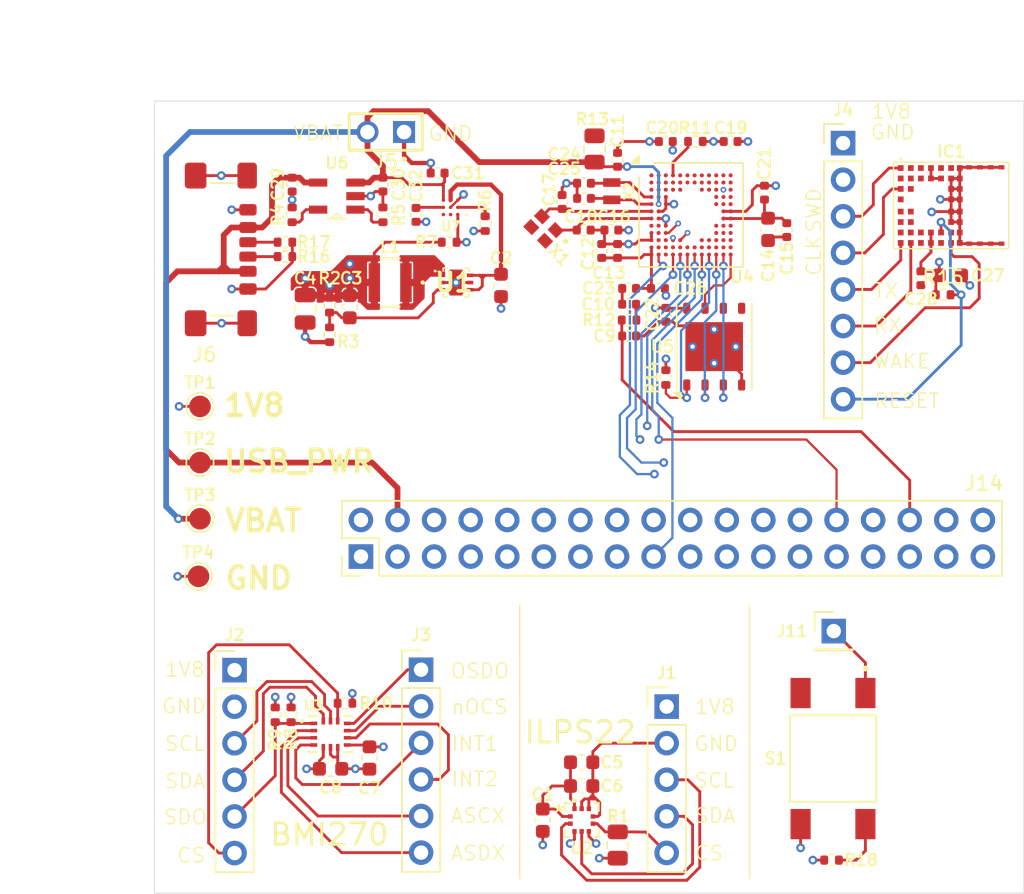
<source format=kicad_pcb>
(kicad_pcb (version 20240108) (generator "pcbnew") (generator_version "8.0")
  (layers (0 "F.Cu" signal) (1 "In1.Cu" signal) (2 "In2.Cu" signal) (31 "B.Cu" signal) (34 "B.Paste" user) (35 "F.Paste" user) (36 "B.SilkS" user "B.Silkscreen") (37 "F.SilkS" user "F.Silkscreen") (38 "B.Mask" user) (39 "F.Mask" user) (44 "Edge.Cuts" user))
  (net 0 "")
  (net 1 "1V8")
  (net 2 "GND")
  (net 3 "V_IN")
  (net 4 "Net-(U1-VOUT(FB))")
  (net 6 "Net-(IC1-DGND_1)")
  (net 8 "BLE_WAKE")
  (net 12 "BLE_UART_RX")
  (net 13 "BLE_RESET")
  (net 24 "BLE_UART_TX")
  (net 25 "BLE_CLK")
  (net 30 "BLE_SWD")
  (net 31 "ILP_SCL")
  (net 32 "ILP_SDA")
  (net 33 "ILP_CS")
  (net 34 "VBAT")
  (net 35 "Net-(J6-CC2)")
  (net 36 "5V_USB")
  (net 37 "Net-(J6-CC1)")
  (net 38 "/Fallyx_EVK_3/BMI_SDO")
  (net 39 "/Fallyx_EVK_3/BMI_CS")
  (net 40 "/Fallyx_EVK_3/BMI_OSDO")
  (net 41 "/Fallyx_EVK_3/BMI_INT1")
  (net 42 "/Fallyx_EVK_3/BMI_SCL")
  (net 43 "/Fallyx_EVK_3/BMI_ASCX")
  (net 44 "/Fallyx_EVK_3/BMI_INT2")
  (net 45 "/Fallyx_EVK_3/BMI_SDA")
  (net 46 "/Fallyx_EVK_3/BMI_nOCS")
  (net 47 "/Fallyx_EVK_3/BMI_ASDX")
  (net 49 "PD7")
  (net 51 "I2C1_SDA")
  (net 52 "I2C1_SCL")
  (net 53 "QSPI_BK1_NCS")
  (net 54 "PE9")
  (net 55 "ENLV")
  (net 56 "PB1")
  (net 57 "STM_STATUS1")
  (net 58 "PA9")
  (net 59 "I2C2_SDA")
  (net 61 "ENHV")
  (net 62 "STM_RTC_N")
  (net 63 "JTMS_SWDIO")
  (net 64 "JTMS_SWCLK")
  (net 65 "/Fallyx_EVK_4/STM_BOOT0")
  (net 66 "I2C2_SCL")
  (net 67 "PA10")
  (net 68 "/Fallyx_EVK_4/STM_VDDA")
  (net 69 "PC0")
  (net 71 "PE7")
  (net 77 "MCP_STAT")
  (net 78 "PA1")
  (net 85 "SPI1_MISO")
  (net 86 "Net-(U4-NRST)")
  (net 87 "SPI1_SCK")
  (net 89 "PC1")
  (net 92 "QSPI_BK1_CLK")
  (net 93 "PC4")
  (net 95 "QSPI_BK1_IO1")
  (net 96 "PB13")
  (net 100 "PC5")
  (net 101 "QSPI_BK1_IO2")
  (net 102 "STM_HS_P")
  (net 103 "STM_STATUS0")
  (net 105 "PE3")
  (net 107 "GPOUT")
  (net 108 "STM_STATUS2")
  (net 110 "SINK1")
  (net 111 "QSPI_BK1_IO3")
  (net 113 "PE6")
  (net 114 "QSPI_BK1_IO0")
  (net 115 "SPI_LEVEL_EN")
  (net 117 "PC6")
  (net 118 "NRF_nRESET")
  (net 119 "STM_RTC_P")
  (net 124 "SPI1_MOSI")
  (net 125 "PA0")
  (net 126 "PB0")
  (net 128 "STM_HS_N")
  (net 129 "PB12")
  (net 131 "/Fallyx_EVK_6/BIN")
  (net 132 "Net-(U7-VDD)")
  (net 133 "Net-(U6-PROG)")
  (net 134 "/Fallyx_EVK_6/LX")
  (net 135 "STM_nRST")
  (net 136 "VRTC")
  (net 137 "/Fallyx_EVK_3/SW1_OUTPUT")
  (net 138 "Net-(R18-Pad2)")
  (footprint "Resistor_SMD:R_0402_1005Metric" (layer "F.Cu") (at 154.4 78.45)
    (property "Reference" "R15")
    (property "Value" "10k" (hide yes))
  )
  (footprint "Capacitor_SMD:C_0603_1608Metric" (layer "F.Cu") (at 154.9 77.1)
    (property "Reference" "C27")
    (property "Value" "4.7uF" (hide yes))
  )
  (footprint "Capacitor_SMD:C_0402_1005Metric" (layer "F.Cu") (at 132.592462 79.107538 180)
    (property "Reference" "C10")
    (property "Value" "10pF" (hide yes))
  )
  (footprint "Capacitor_SMD:C_0603_1608Metric" (layer "F.Cu") (at 113.2 79.275 -90)
    (property "Reference" "C3")
    (property "Value" "150pF" (hide yes))
  )
  (footprint "Connector_PinHeader_2.54mm:PinHeader_2x18_P2.54mm_Vertical" (layer "F.Cu") (at 113.975 96.625 90)
    (property "Reference" "J14")
    (property "Value" "Conn_02x18_Odd_Even" (hide yes))
  )
  (footprint "Connector_PinHeader_2.54mm:PinHeader_1x08_P2.54mm_Vertical" (layer "F.Cu") (at 147.45 67.92)
    (property "Reference" "J4")
    (property "Value" "Conn_01x08_Pin" (hide yes))
  )
  (footprint "Capacitor_SMD:C_0402_1005Metric" (layer "F.Cu") (at 131.792462 69.077538 90)
    (property "Reference" "C11")
    (property "Value" "1uF" (hide yes))
  )
  (footprint "Capacitor_SMD:C_0402_1005Metric" (layer "F.Cu") (at 152.85 77.3 -90)
    (property "Reference" "C28")
    (property "Value" "0.1uF" (hide yes))
  )
  (footprint "Resistor_SMD:R_0402_1005Metric" (layer "F.Cu") (at 108.7 75.8 180)
    (property "Reference" "R16")
    (property "Value" "5.1k" (hide yes))
  )
  (footprint "Capacitor_SMD:C_0402_1005Metric" (layer "F.Cu") (at 132.592462 81.307538)
    (property "Reference" "C9")
    (property "Value" "22nuF" (hide yes))
  )
  (footprint "Capacitor_SMD:C_0603_1608Metric" (layer "F.Cu") (at 123.70145 77.8 -90)
    (property "Reference" "C2")
    (property "Value" "4.7uF" (hide yes))
  )
  (footprint "Capacitor_SMD:C_0402_1005Metric" (layer "F.Cu") (at 134.592462 78.007538)
    (property "Reference" "C26")
    (property "Value" "0.1uF" (hide yes))
  )
  (footprint "Resistor_SMD:R_0402_1005Metric" (layer "F.Cu") (at 132.592462 80.207538)
    (property "Reference" "R12")
    (property "Value" "1k" (hide yes))
  )
  (footprint "MTSW-101-X-X-D-X:SAMTEC_MTSW-101-X-X-D-X" (layer "F.Cu") (at 115.7 67.15 90)
    (property "Reference" "J5")
    (property "Value" "MTSW-101-X-X-D-X" (hide yes))
  )
  (footprint "Resistor_SMD:R_0402_1005Metric" (layer "F.Cu") (at 137.192462 67.807538 180)
    (property "Reference" "R11")
    (property "Value" "10k" (hide yes))
  )
  (footprint "Resistor_SMD:R_0805_2012Metric" (layer "F.Cu") (at 131.799874 116.654901 -90)
    (property "Reference" "R1")
    (property "Value" "0R" (hide yes))
  )
  (footprint "Capacitor_SMD:C_0402_1005Metric" (layer "F.Cu") (at 131.362462 73.957538 180)
    (property "Reference" "C16")
    (property "Value" "0.1uF" (hide yes))
  )
  (footprint "ILPS22QS:HLGA_10L_STM" (layer "F.Cu") (at 129.3 114.92)
    (property "Reference" "U2")
    (property "Value" "ILPS22QSTR" (hide yes))
  )
  (footprint "Capacitor_SMD:C_0402_1005Metric" (layer "F.Cu") (at 141.992462 71.357538 90)
    (property "Reference" "C21")
    (property "Value" "0.1uF" (hide yes))
  )
  (footprint "TestPoint:TestPoint_Pad_D1.5mm" (layer "F.Cu") (at 102.7 98)
    (property "Reference" "TP4")
    (property "Value" "TestPoint" (hide yes))
  )
  (footprint "Capacitor_SMD:C_0402_1005Metric" (layer "F.Cu") (at 139.642462 67.807538 180)
    (property "Reference" "C19")
    (property "Value" "0.1uF" (hide yes))
  )
  (footprint "Resistor_SMD:R_0402_1005Metric" (layer "F.Cu") (at 109.125 107.61 90)
    (property "Reference" "R8")
    (property "Value" "100k" (hide yes))
  )
  (footprint "Package_SON:WSON-8-1EP_6x5mm_P1.27mm_EP3.4x4mm" (layer "F.Cu") (at 138.5 82.05 90)
    (property "Reference" "U5")
    (property "Value" "MX25R3235FZNxx0" (hide yes))
  )
  (footprint "Resistor_SMD:R_0805_2012Metric" (layer "F.Cu") (at 130.192462 68.327538 -90)
    (property "Reference" "R13")
    (property "Value" "0R" (hide yes))
  )
  (footprint "Resistor_SMD:R_0402_1005Metric" (layer "F.Cu") (at 135.145 84.1975 90)
    (property "Reference" "R14")
    (property "Value" "10k" (hide yes))
  )
  (footprint "Capacitor_SMD:C_0402_1005Metric" (layer "F.Cu") (at 135.142462 67.807538 180)
    (property "Reference" "C20")
    (property "Value" "0.1uF" (hide yes))
  )
  (footprint "Resistor_SMD:R_0402_1005Metric" (layer "F.Cu") (at 120.1 74.8 180)
    (property "Reference" "R7")
    (property "Value" "10k" (hide yes))
  )
  (footprint "Capacitor_SMD:C_0402_1005Metric" (layer "F.Cu") (at 109.2 70.8 -90)
    (property "Reference" "C29")
    (property "Value" "10uF" (hide yes))
  )
  (footprint "Connector_PinHeader_2.54mm:PinHeader_1x01_P2.54mm_Vertical" (layer "F.Cu") (at 146.8 101.8)
    (property "Reference" "J11")
    (property "Value" "Conn_01x01_Pin" (hide yes))
  )
  (footprint "Connector_USB:USB_C_Receptacle_GCT_USB4135-GF-A_6P_TopMnt_Horizontal" (layer "F.Cu") (at 103.1 75.3 -90)
    (property "Reference" "J6")
    (property "Value" "USB_C_6P" (hide yes))
  )
  (footprint "CM9V-T1A-32.768KHZ-7PF-100PPM-TA-QC:XTAL_CM9V-T1A-32.768KHZ-7PF-100PPM-TA-QC" (layer "F.Cu") (at 131.392462 71.257538 90)
    (property "Reference" "X2")
    (property "Value" "32.768kHz" (hide yes))
  )
  (footprint "Capacitor_SMD:C_0805_2012Metric" (layer "F.Cu") (at 110.1 79.425 -90)
    (property "Reference" "C4")
    (property "Value" "10uF" (hide yes))
  )
  (footprint "Capacitor_SMD:C_0402_1005Metric" (layer "F.Cu") (at 129.462462 71.757538 180)
    (property "Reference" "C25")
    (property "Value" "10pF" (hide yes))
  )
  (footprint "Resistor_SMD:R_0402_1005Metric" (layer "F.Cu") (at 111.8 79.175 90)
    (property "Reference" "R2")
    (property "Value" "200k" (hide yes))
  )
  (footprint "TS04-66-50-BK-100-SMT:SW_TS04-66-50-BK-100-SMT" (layer "F.Cu") (at 146.75 110.65 -90)
    (property "Reference" "S1")
    (property "Value" "TS04-66-50-BK-100-SMT" (hide yes))
  )
  (footprint "Resistor_SMD:R_0402_1005Metric" (layer "F.Cu") (at 115.5 72.9 -90)
    (property "Reference" "R5")
    (property "Value" "10k" (hide yes))
  )
  (footprint "Capacitor_SMD:C_0603_1608Metric" (layer "F.Cu") (at 142.242462 73.907538 -90)
    (property "Reference" "C14")
    (property "Value" "4.7uF" (hide yes))
  )
  (footprint "Connector_PinHeader_2.54mm:PinHeader_1x05_P2.54mm_Vertical" (layer "F.Cu") (at 135.2 107.04)
    (property "Reference" "J1")
    (property "Value" "Conn_01x05_Pin" (hide yes))
  )
  (footprint "Capacitor_SMD:C_0603_1608Metric" (layer "F.Cu") (at 111.8675 111.36)
    (property "Reference" "C8")
    (property "Value" "0.1uF" (hide yes))
  )
  (footprint "Resistor_SMD:R_0402_1005Metric" (layer "F.Cu") (at 146.65 117.7)
    (property "Reference" "R18")
    (property "Value" "10k" (hide yes))
  )
  (footprint "BMI270:XDCR_BMI270" (layer "F.Cu") (at 111.8625 108.96)
    (property "Reference" "U3")
    (property "Value" "BMI270" (hide yes))
  )
  (footprint "Capacitor_SMD:C_0402_1005Metric" (layer "F.Cu") (at 131.792462 75.407538 90)
    (property "Reference" "C13")
    (property "Value" "1uF" (hide yes))
  )
  (footprint "NR3015T4R7M:IND_TAIYO_NR3015_TAY" (layer "F.Cu") (at 116.00145 77.6 180)
    (property "Reference" "L1")
    (property "Value" "4.7uH" (hide yes))
  )
  (footprint "Resistor_SMD:R_0402_1005Metric" (layer "F.Cu") (at 122.6 73.51 90)
    (property "Reference" "R6")
    (property "Value" "10k" (hide yes))
  )
  (footprint "Capacitor_SMD:C_0603_1608Metric" (layer "F.Cu") (at 129.299874 110.904901)
    (property "Reference" "C5")
    (property "Value" "100nF" (hide yes))
  )
  (footprint "Capacitor_SMD:C_0402_1005Metric" (layer "F.Cu") (at 117.8 72.9 -90)
    (property "Reference" "C32")
    (property "Value" "470nF" (hide yes))
  )
  (footprint "Capacitor_SMD:C_0603_1608Metric" (layer "F.Cu") (at 126.599874 114.929901 -90)
    (property "Reference" "C1")
    (property "Value" "100nF" (hide yes))
  )
  (footprint "Capacitor_SMD:C_0402_1005Metric" (layer "F.Cu") (at 143.542462 73.957538 -90)
    (property "Reference" "C15")
    (property "Value" "0.1uF" (hide yes))
  )
  (footprint "Resistor_SMD:R_0402_1005Metric" (layer "F.Cu") (at 108.7 74.8 180)
    (property "Reference" "R17")
    (property "Value" "5.1k" (hide yes))
  )
  (footprint "Capacitor_SMD:C_0402_1005Metric" (layer "F.Cu") (at 132.592462 78.007538 180)
    (property "Reference" "C23")
    (property "Value" "1uF" (hide yes))
  )
  (footprint "Resistor_SMD:R_0402_1005Metric" (layer "F.Cu") (at 109.2 72.9 90)
    (property "Reference" "R4")
    (property "Value" "10k" (hide yes))
  )
  (footprint "TestPoint:TestPoint_Pad_D1.5mm" (layer "F.Cu") (at 102.8 86.2)
    (property "Reference" "TP1")
    (property "Value" "TestPoint" (hide yes))
  )
  (footprint "BQ27421YZFR-G1A:IC_BQ27421YZFR-G1A" (layer "F.Cu") (at 120.2 72.38 180)
    (property "Reference" "U7")
    (property "Value" "BQ27421YZFR-G1A" (hide yes))
  )
  (footprint "Capacitor_SMD:C_0402_1005Metric" (layer "F.Cu") (at 129.442462 73.957538)
    (property "Reference" "C18")
    (property "Value" "10pF" (hide yes))
  )
  (footprint "Capacitor_SMD:C_0402_1005Metric" (layer "F.Cu") (at 135.145 79.8375 -90)
    (property "Reference" "C22")
    (property "Value" "0.1uF" (hide yes))
  )
  (footprint "Capacitor_SMD:C_0402_1005Metric" (layer "F.Cu") (at 129.462462 70.707538 180)
    (property "Reference" "C24")
    (property "Value" "10pF" (hide yes))
  )
  (footprint "XC9236F:XC9236F08CERG" (layer "F.Cu") (at 120.57645 77.6)
    (property "Reference" "U1")
    (property "Value" "XC9236F08CER-G" (hide yes))
  )
  (footprint "Resistor_SMD:R_0402_1005Metric" (layer "F.Cu") (at 108.025 107.61 -90)
    (property "Reference" "R9")
    (property "Value" "100k" (hide yes))
  )
  (footprint "Resistor_SMD:R_0402_1005Metric" (layer "F.Cu") (at 112.8675 106.81)
    (property "Reference" "R10")
    (property "Value" "100k" (hide yes))
  )
  (footprint "Resistor_SMD:R_0402_1005Metric" (layer "F.Cu") (at 111.8 81.225 90)
    (property "Reference" "R3")
    (property "Value" "150k" (hide yes))
  )
  (footprint "Package_BGA:UFBGA-100_7x7mm_Layout12x12_P0.5mm" (layer "F.Cu") (at 136.892462 72.907538)
    (property "Reference" "U4")
    (property "Value" "STM32L431VCIx" (hide yes))
  )
  (footprint "Capacitor_SMD:C_0402_1005Metric" (layer "F.Cu") (at 127.942462 72.007538 90)
    (property "Reference" "C17")
    (property "Value" "10pF" (hide yes))
  )
  (footprint "NCH-RSL10-101S51-ACG:NCHRSL10101S51ACG" (layer "F.Cu") (at 154.95 72.25)
    (property "Reference" "IC1")
    (property "Value" "NCH-RSL10-101S51-ACG" (hide yes))
  )
  (footprint "Capacitor_SMD:C_0402_1005Metric" (layer "F.Cu") (at 119.3 70 180)
    (property "Reference" "C31")
    (property "Value" "1uF" (hide yes))
  )
  (footprint "Capacitor_SMD:C_0402_1005Metric" (layer "F.Cu") (at 130.692462 75.407538 90)
    (property "Reference" "C12")
    (property "Value" "0.1uF" (hide yes))
  )
  (footprint "MCP73831T-2ACI_OT:SOT95P280X145-5N" (layer "F.Cu") (at 112.3 71.6 180)
    (property "Reference" "U6")
    (property "Value" "MCP73831T-2ACI_OT" (hide yes))
  )
  (footprint "Connector_PinHeader_2.54mm:PinHeader_1x06_P2.54mm_Vertical" (layer "F.Cu") (at 105.2 104.51)
    (property "Reference" "J2")
    (property "Value" "Conn_01x06_Pin" (hide yes))
  )
  (footprint "Capacitor_SMD:C_0402_1005Metric" (layer "F.Cu") (at 115.5 70.8 -90)
    (property "Reference" "C30")
    (property "Value" "10uF" (hide yes))
  )
  (footprint "Connector_PinHeader_2.54mm:PinHeader_1x06_P2.54mm_Vertical" (layer "F.Cu") (at 118.15 104.48)
    (property "Reference" "J3")
    (property "Value" "Conn_01x06_Pin" (hide yes))
  )
  (footprint "Capacitor_SMD:C_0603_1608Metric" (layer "F.Cu") (at 114.5675 110.61 -90)
    (property "Reference" "C7")
    (property "Value" "0.1uF" (hide yes))
  )
  (footprint "Capacitor_SMD:C_0603_1608Metric" (layer "F.Cu") (at 129.299874 112.554901)
    (property "Reference" "C6")
    (property "Value" "4.7uF" (hide yes))
  )
  (footprint "ECS-320-CDX-2094:XTAL_ECS-320-CDX-2094" (layer "F.Cu") (at 126.648528 73.856066 135)
    (property "Reference" "X1")
    (property "Value" "8MHz" (hide yes))
  )
  (footprint "TestPoint:TestPoint_Pad_D1.5mm" (layer "F.Cu") (at 102.8 90.1)
    (property "Reference" "TP2")
    (property "Value" "TestPoint" (hide yes))
  )
  (footprint "TestPoint:TestPoint_Pad_D1.5mm" (layer "F.Cu") (at 102.8 94)
    (property "Reference" "TP3")
    (property "Value" "TestPoint" (hide yes))
  )
  (gr_line (start 125 119) (end 125 100) (stroke (width 0.1)) (layer "F.SilkS"))
  (gr_line (start 140.95 119) (end 140.95 100) (stroke (width 0.1)) (layer "F.SilkS"))
  (gr_rect (start 99.65 65) (end 160 120) (stroke (width 0.05)) (fill none) (layer "Edge.Cuts"))
  (gr_text "INT2" (at 120.2 112.65 0) (layer "F.SilkS") (effects (font (size 1 1) (thickness 0.1)) (justify left bottom)))
  (gr_text "SWD" (at 146 74.2 90) (layer "F.SilkS") (effects (font (size 1 1) (thickness 0.1)) (justify left bottom)))
  (gr_text "GND" (at 149.3 67.75 0) (layer "F.SilkS") (effects (font (size 1 1) (thickness 0.1)) (justify left bottom)))
  (gr_text "GND" (at 100.1 107.6 0) (layer "F.SilkS") (effects (font (size 1 1) (thickness 0.1)) (justify left bottom)))
  (gr_text "GND" (at 104.4 99 0) (layer "F.SilkS") (effects (font (size 1.5 1.5) (thickness 0.3) (bold yes)) (justify left bottom)))
  (gr_text "WAKE" (at 149.5 83.65 0) (layer "F.SilkS") (effects (font (size 1 1) (thickness 0.1)) (justify left bottom)))
  (gr_text "GND" (at 137.05 110.2 0) (layer "F.SilkS") (effects (font (size 1 1) (thickness 0.1)) (justify left bottom)))
  (gr_text "RESET" (at 149.55 86.4 0) (layer "F.SilkS") (effects (font (size 1 1) (thickness 0.1)) (justify left bottom)))
  (gr_text "OSDO" (at 120.15 105.15 0) (layer "F.SilkS") (effects (font (size 1 1) (thickness 0.1)) (justify left bottom)))
  (gr_text "TX" (at 149.5 78.75 0) (layer "F.SilkS") (effects (font (size 1 1) (thickness 0.1)) (justify left bottom)))
  (gr_text "ASCX" (at 120.15 115.2 0) (layer "F.SilkS") (effects (font (size 1 1) (thickness 0.1)) (justify left bottom)))
  (gr_text "CLK" (at 146 77.2 90) (layer "F.SilkS") (effects (font (size 1 1) (thickness 0.1)) (justify left bottom)))
  (gr_text "RX" (at 149.5 81.15 0) (layer "F.SilkS") (effects (font (size 1 1) (thickness 0.1)) (justify left bottom)))
  (gr_text "SCL" (at 137.05 112.75 0) (layer "F.SilkS") (effects (font (size 1 1) (thickness 0.1)) (justify left bottom)))
  (gr_text "VBAT" (at 109.2 67.8 0) (layer "F.SilkS") (effects (font (size 1 1) (thickness 0.1)) (justify left bottom)))
  (gr_text "nOCS" (at 120.2 107.65 0) (layer "F.SilkS") (effects (font (size 1 1) (thickness 0.1)) (justify left bottom)))
  (gr_text "INT1" (at 120.2 110.2 0) (layer "F.SilkS") (effects (font (size 1 1) (thickness 0.1)) (justify left bottom)))
  (gr_text "ASDX" (at 120.15 117.8 0) (layer "F.SilkS") (effects (font (size 1 1) (thickness 0.1)) (justify left bottom)))
  (gr_text "CS" (at 137.1 117.8 0) (layer "F.SilkS") (effects (font (size 1 1) (thickness 0.1)) (justify left bottom)))
  (gr_text "BMI270" (at 107.55 116.8 0) (layer "F.SilkS") (effects (font (size 1.5 1.5) (thickness 0.2) (bold yes)) (justify left bottom)))
  (gr_text "VBAT" (at 104.4 95 0) (layer "F.SilkS") (effects (font (size 1.5 1.5) (thickness 0.3) (bold yes)) (justify left bottom)))
  (gr_text "SDO" (at 100.2 115.3 0) (layer "F.SilkS") (effects (font (size 1 1) (thickness 0.1)) (justify left bottom)))
  (gr_text "1V8" (at 104.3 87 0) (layer "F.SilkS") (effects (font (size 1.5 1.5) (thickness 0.3) (bold yes)) (justify left bottom)))
  (gr_text "1V8" (at 137.1 107.65 0) (layer "F.SilkS") (effects (font (size 1 1) (thickness 0.1)) (justify left bottom)))
  (gr_text "SDA" (at 137.1 115.2 0) (layer "F.SilkS") (effects (font (size 1 1) (thickness 0.1)) (justify left bottom)))
  (gr_text "SCL" (at 100.3 110.2 0) (layer "F.SilkS") (effects (font (size 1 1) (thickness 0.1)) (justify left bottom)))
  (gr_text "SDA" (at 100.3 112.8 0) (layer "F.SilkS") (effects (font (size 1 1) (thickness 0.1)) (justify left bottom)))
  (gr_text "1V8" (at 100.3 105.05 0) (layer "F.SilkS") (effects (font (size 1 1) (thickness 0.1)) (justify left bottom)))
  (gr_text "1V8" (at 149.35 66.3 0) (layer "F.SilkS") (effects (font (size 1 1) (thickness 0.1)) (justify left bottom)))
  (gr_text "CS" (at 101.15 117.95 0) (layer "F.SilkS") (effects (font (size 1 1) (thickness 0.1)) (justify left bottom)))
  (gr_text "GND" (at 118.6 67.85 0) (layer "F.SilkS") (effects (font (size 1 1) (thickness 0.1)) (justify left bottom)))
  (gr_text "ILPS22" (at 125.2 109.7 0) (layer "F.SilkS") (effects (font (size 1.5 1.5) (thickness 0.2) (bold yes)) (justify left bottom)))
  (gr_text "USB_PWR" (at 104.3 90.9 0) (layer "F.SilkS") (effects (font (size 1.5 1.5) (thickness 0.3) (bold yes)) (justify left bottom)))
  (segment (start 111.0925 111.36) (end 111.0925 110.8075) (width 0.2) (layer "F.Cu") (net 1))
  (segment (start 127.454901 114.154901) (end 127.969937 114.669937) (width 0.2) (layer "F.Cu") (net 1))
  (segment (start 146.14 117.7) (end 145.35 117.7) (width 0.2) (layer "F.Cu") (net 1))
  (segment (start 127.969937 114.669937) (end 128.515099 114.669937) (width 0.2) (layer "F.Cu") (net 1))
  (segment (start 132.557538 73.957538) (end 131.842462 73.957538) (width 0.2) (layer "F.Cu") (net 1))
  (segment (start 114.9029 77.6) (end 114.9029 75.5471) (width 0.2) (layer "F.Cu") (net 1))
  (segment (start 141.992462 71.837538) (end 141.992462 72.882538) (width 0.2) (layer "F.Cu") (net 1))
  (segment (start 140.842462 67.807538) (end 140.122462 67.807538) (width 0.2) (layer "F.Cu") (net 1))
  (segment (start 153.55 74.85) (end 153.55 75.5) (width 0.2) (layer "F.Cu") (net 1))
  (segment (start 135.142462 73.657538) (end 135.142462 73.157538) (width 0.2) (layer "F.Cu") (net 1))
  (segment (start 139.642462 73.157538) (end 142.217462 73.157538) (width 0.2) (layer "F.Cu") (net 1))
  (segment (start 128.524874 110.904901) (end 128.524874 112.554901) (width 0.2) (layer "F.Cu") (net 1))
  (segment (start 153.89 78.45) (end 153.89 77.335) (width 0.2) (layer "F.Cu") (net 1))
  (segment (start 154.125 76.175) (end 154.125 77.1) (width 0.2) (layer "F.Cu") (net 1))
  (segment (start 126.599874 114.154901) (end 126.599874 113.200126) (width 0.2) (layer "F.Cu") (net 1))
  (segment (start 109.125 106.375) (end 109.125 107.1) (width 0.2) (layer "F.Cu") (net 1))
  (segment (start 113.3775 106.1225) (end 113.3775 106.81) (width 0.2) (layer "F.Cu") (net 1))
  (segment (start 152.85 76.2) (end 152.85 76.82) (width 0.2) (layer "F.Cu") (net 1))
  (segment (start 135.145 83.6875) (end 135.145 82.905) (width 0.2) (layer "F.Cu") (net 1))
  (segment (start 139.142462 73.157538) (end 139.642462 73.157538) (width 0.2) (layer "F.Cu") (net 1))
  (segment (start 135.145 82.905) (end 135.15 82.9) (width 0.2) (layer "F.Cu") (net 1))
  (segment (start 141.992462 72.882538) (end 142.242462 73.132538) (width 0.2) (layer "F.Cu") (net 1))
  (segment (start 128.524874 113.424874) (end 128.524874 112.554901) (width 0.2) (layer "F.Cu") (net 1))
  (segment (start 136.595 79.3875) (end 135.175 79.3875) (width 0.2) (layer "F.Cu") (net 1))
  (segment (start 128.799874 113.699874) (end 128.524874 113.424874) (width 0.2) (layer "F.Cu") (net 1))
  (segment (start 143.542462 73.477538) (end 143.197462 73.132538) (width 0.2) (layer "F.Cu") (net 1))
  (segment (start 111.0925 110.8075) (end 111.3625 110.5375) (width 0.2) (layer "F.Cu") (net 1))
  (segment (start 111.3625 110.5375) (end 111.3625 109.8725) (width 0.2) (layer "F.Cu") (net 1))
  (segment (start 127.245099 112.554901) (end 128.524874 112.554901) (width 0.2) (layer "F.Cu") (net 1))
  (segment (start 126.599874 113.200126) (end 127.245099 112.554901) (width 0.2) (layer "F.Cu") (net 1))
  (segment (start 135.142462 73.157538) (end 134.642462 73.157538) (width 0.2) (layer "F.Cu") (net 1))
  (segment (start 115.65 74.8) (end 119.59 74.8) (width 0.2) (layer "F.Cu") (net 1))
  (segment (start 114.9029 75.5471) (end 115.65 74.8) (width 0.2) (layer "F.Cu") (net 1))
  (segment (start 114.4425 109.71) (end 114.5675 109.835) (width 0.2) (layer "F.Cu") (net 1))
  (segment (start 142.217462 73.157538) (end 142.242462 73.132538) (width 0.2) (layer "F.Cu") (net 1))
  (segment (start 115.535 109.835) (end 114.5675 109.835) (width 0.2) (layer "F.Cu") (net 1))
  (segment (start 153.845 76.82) (end 154.125 77.1) (width 0.2) (layer "F.Cu") (net 1))
  (segment (start 113.025 109.71) (end 114.4425 109.71) (width 0.2) (layer "F.Cu") (net 1))
  (segment (start 134.4075 79.3575) (end 135.145 79.3575) (width 0.2) (layer "F.Cu") (net 1))
  (segment (start 153.55 75.5) (end 152.85 76.2) (width 0.2) (layer "F.Cu") (net 1))
  (segment (start 143.197462 73.132538) (end 142.242462 73.132538) (width 0.2) (layer "F.Cu") (net 1))
  (segment (start 130.517401 117.567401) (end 131.799874 117.567401) (width 0.2) (layer "F.Cu") (net 1))
  (segment (start 153.89 77.335) (end 154.125 77.1) (width 0.2) (layer "F.Cu") (net 1))
  (segment (start 152.85 76.82) (end 153.845 76.82) (width 0.2) (layer "F.Cu") (net 1))
  (segment (start 126.599874 114.154901) (end 127.454901 114.154901) (width 0.2) (layer "F.Cu") (net 1))
  (segment (start 135.622462 68.422462) (end 135.622462 67.807538) (width 0.2) (layer "F.Cu") (net 1))
  (segment (start 102.8 86.2) (end 101.35 86.2) (width 0.2) (layer "F.Cu") (net 1))
  (segment (start 153.55 74.125) (end 153.55 74.85) (width 0.2) (layer "F.Cu") (net 1))
  (segment (start 128.799874 114.135099) (end 128.799874 113.699874) (width 0.2) (layer "F.Cu") (net 1))
  (segment (start 135.175 79.3875) (end 135.145 79.3575) (width 0.2) (layer "F.Cu") (net 1))
  (segment (start 110.2 111.36) (end 111.0925 111.36) (width 0.2) (layer "F.Cu") (net 1))
  (via (at 110.2 111.36) (size 0.6) (drill 0.3) (layers "F.Cu" "B.Cu") (net 1))
  (via (at 113.2 76.3) (size 0.6) (drill 0.3) (layers "F.Cu" "B.Cu") (net 1))
  (via (at 130.517401 117.567401) (size 0.6) (drill 0.3) (layers "F.Cu" "B.Cu") (net 1))
  (via (at 111.8 77.8) (size 0.6) (drill 0.3) (layers "F.Cu" "B.Cu") (net 1))
  (via (at 140.842462 67.807538) (size 0.6) (drill 0.3) (layers "F.Cu" "B.Cu") (net 1))
  (via (at 135.622462 68.422462) (size 0.6) (drill 0.3) (layers "F.Cu" "B.Cu") (net 1))
  (via (at 134.4075 79.3575) (size 0.6) (drill 0.3) (layers "F.Cu" "B.Cu") (net 1))
  (via (at 132.557538 73.957538) (size 0.6) (drill 0.3) (layers "F.Cu" "B.Cu") (net 1))
  (via (at 135.15 82.9) (size 0.6) (drill 0.3) (layers "F.Cu" "B.Cu") (net 1))
  (via (at 101.35 86.2) (size 0.6) (drill 0.3) (layers "F.Cu" "B.Cu") (net 1))
  (via (at 154.125 76.175) (size 0.6) (drill 0.3) (layers "F.Cu" "B.Cu") (net 1))
  (via (at 113.2 77.3) (size 0.6) (drill 0.3) (layers "F.Cu" "B.Cu") (net 1))
  (via (at 139.142462 71.157538) (size 0.4) (drill 0.2) (layers "F.Cu" "B.Cu") (net 1))
  (via (at 110.1 77.3) (size 0.6) (drill 0.3) (layers "F.Cu" "B.Cu") (net 1))
  (via (at 113.3775 106.1225) (size 0.6) (drill 0.3) (layers "F.Cu" "B.Cu") (net 1))
  (via (at 145.35 117.7) (size 0.6) (drill 0.3) (layers "F.Cu" "B.Cu") (net 1))
  (via (at 115.535 109.835) (size 0.6) (drill 0.3) (layers "F.Cu" "B.Cu") (net 1))
  (via (at 109.125 106.375) (size 0.6) (drill 0.3) (layers "F.Cu" "B.Cu") (net 1))
  (via (at 135.142462 73.157538) (size 0.6) (drill 0.3) (layers "F.Cu" "B.Cu") (net 1))
  (segment (start 153.6 72.7) (end 153.625 72.675) (width 0.2) (layer "F.Cu") (net 2))
  (segment (start 155.55 72.675) (end 155.55 71.825) (width 0.2) (layer "F.Cu") (net 2))
  (segment (start 154.2 71.825) (end 154.95 71.825) (width 0.2) (layer "F.Cu") (net 2))
  (segment (start 131.792462 68.597538) (end 131.792462 68.207538) (width 0.2) (layer "F.Cu") (net 2))
  (segment (start 135.707538 72.157538) (end 135.142462 72.157538) (width 0.2) (layer "F.Cu") (net 2))
  (segment (start 134.942462 72.657538) (end 135.142462 72.457538) (width 0.2) (layer "F.Cu") (net 2))
  (segment (start 111.8625 109.8725) (end 111.8625 110.3625) (width 0.2) (layer "F.Cu") (net 2))
  (segment (start 107.35 78.05) (end 109.21 76.19) (width 0.2) (layer "F.Cu") (net 2))
  (segment (start 135.2 109.58) (end 130.67 109.58) (width 0.2) (layer "F.Cu") (net 2))
  (segment (start 129.3 114.135099) (end 129.3 113.65) (width 0.2) (layer "F.Cu") (net 2))
  (segment (start 104.275 70.175) (end 106.0775 70.175) (width 0.2) (layer "F.Cu") (net 2))
  (segment (start 135.15 78.085076) (end 135.072462 78.007538) (width 0.2) (layer "F.Cu") (net 2))
  (segment (start 154.95 72.675) (end 155.55 72.675) (width 0.2) (layer "F.Cu") (net 2))
  (segment (start 128.982462 71.757538) (end 128.982462 70.707538) (width 0.2) (layer "F.Cu") (net 2))
  (segment (start 109.21 75.8) (end 109.21 74.8) (width 0.2) (layer "F.Cu") (net 2))
  (segment (start 130.074874 113.424748) (end 130.1 113.449874) (width 0.2) (layer "F.Cu") (net 2))
  (segment (start 114.5425 111.36) (end 114.5675 111.385) (width 0.2) (layer "F.Cu") (net 2))
  (segment (start 119.60145 77.6) (end 120.57645 77.6) (width 0.2) (layer "F.Cu") (net 2))
  (segment (start 128.799874 116.250126) (end 128.799874 115.704901) (width 0.2) (layer "F.Cu") (net 2))
  (segment (start 139.142462 72.657538) (end 139.642462 72.657538) (width 0.2) (layer "F.Cu") (net 2))
  (segment (start 112.3625 110.55) (end 112.3625 111.08) (width 0.2) (layer "F.Cu") (net 2))
  (segment (start 110.1 80.375) (end 110.1 81.35) (width 0.3) (layer "F.Cu") (net 2))
  (segment (start 130.1 113.449874) (end 129.800126 113.449874) (width 0.2) (layer "F.Cu") (net 2))
  (segment (start 155.675 77.225) (end 155.675 77.1) (width 0.2) (layer "F.Cu") (net 2))
  (segment (start 134.142462 74.157538) (end 134.142462 74.657538) (width 0.2) (layer "F.Cu") (net 2))
  (segment (start 132.55 74.927538) (end 131.792462 74.927538) (width 0.2) (layer "F.Cu") (net 2))
  (segment (start 121.55145 77.6) (end 120.57645 77.6) (width 0.2) (layer "F.Cu") (net 2))
  (segment (start 154.95 72.675) (end 154.95 71.825) (width 0.2) (layer "F.Cu") (net 2))
  (segment (start 130.074874 113.224874) (end 130.299874 113.449874) (width 0.2) (layer "F.Cu") (net 2))
  (segment (start 144.5 115.2) (end 144.5 116.85) (width 0.2) (layer "F.Cu") (net 2))
  (segment (start 129.922462 73.957538) (end 130.882462 73.957538) (width 0.2) (layer "F.Cu") (net 2))
  (segment (start 130.55 114.55) (end 130.55 113.7) (width 0.2) (layer "F.Cu") (net 2))
  (segment (start 155.6 74.9) (end 155.55 74.85) (width 0.2) (layer "F.Cu") (net 2))
  (segment (start 156.25 77.8) (end 155.675 77.225) (width 0.2) (layer "F.Cu") (net 2))
  (segment (start 114.97 71.28) (end 114.65 71.6) (width 0.2) (layer "F.Cu") (net 2))
  (segment (start 106.1325 72.55) (end 105 72.55) (width 0.2) (layer "F.Cu") (net 2))
  (segment (start 154.95 70.375) (end 154.95 71.825) (width 0.2) (layer "F.Cu") (net 2))
  (segment (start 111.8 81.735) (end 110.485 81.735) (width 0.3) (layer "F.Cu") (net 2))
  (segment (start 127.942462 71.527538) (end 127.942462 71.007538) (width 0.2) (layer "F.Cu") (net 2))
  (segment (start 102.4975 80.425) (end 106.0775 80.425) (width 0.2) (layer "F.Cu") (net 2))
  (segment (start 106.1325 78.05) (end 107.35 78.05) (width 0.2) (layer "F.Cu") (net 2))
  (segment (start 130.074874 112.554901) (end 130.074874 113.175126) (width 0.2) (layer "F.Cu") (net 2))
  (segment (start 128.5 116.55) (end 128.799874 116.250126) (width 0.2) (layer "F.Cu") (net 2))
  (segment (start 130.299874 113.449874) (end 130.1 113.449874) (width 0.2) (layer "F.Cu") (net 2))
  (segment (start 139.162462 67.807538) (end 137.702462 67.807538) (width 0.2) (layer "F.Cu") (net 2))
  (segment (start 127.942462 71.007538) (end 128.242462 70.707538) (width 0.2) (layer "F.Cu") (net 2))
  (segment (start 116.97 66.92) (end 116.97 68.77) (width 0.3) (layer "F.Cu") (net 2))
  (segment (start 132.192462 67.807538) (end 134.007538 67.807538) (width 0.2) (layer "F.Cu") (net 2))
  (segment (start 128.242462 70.707538) (end 128.982462 70.707538) (width 0.2) (layer "F.Cu") (net 2))
  (segment (start 129.3 113.65) (end 129.5 113.45) (width 0.2) (layer "F.Cu") (net 2))
  (segment (start 154.95 71.1) (end 155.55 71.1) (width 0.2) (layer "F.Cu") (net 2))
  (segment (start 123.70145 79.4) (end 123.70145 78.575) (width 0.2) (layer "F.Cu") (net 2))
  (segment (start 132.55 74.927538) (end 133.022462 74.927538) (width 0.2) (layer "F.Cu") (net 2))
  (segment (start 129.800126 113.45) (end 129.800126 114.135099) (width 0.2) (layer "F.Cu") (net 2))
  (segment (start 113.59 111.36) (end 112.6425 111.36) (width 0.2) (layer "F.Cu") (net 2))
  (segment (start 135.145 80.3175) (end 135.6175 80.3175) (width 0.2) (layer "F.Cu") (net 2))
  (segment (start 154.95 70.375) (end 155.55 70.375) (width 0.2) (layer "F.Cu") (net 2))
  (segment (start 141.472462 70.877538) (end 141.992462 70.877538) (width 0.2) (layer "F.Cu") (net 2))
  (segment (start 154.95 73.4) (end 155.55 73.4) (width 0.2) (layer "F.Cu") (net 2))
  (segment (start 120.2 72.38) (end 120.7 71.88) (width 0.16) (layer "F.Cu") (net 2))
  (segment (start 153.625 72.675) (end 154.95 72.675) (width 0.2) (layer "F.Cu") (net 2))
  (segment (start 111.8625 110.3625) (end 112.05 110.55) (width 0.2) (layer "F.Cu") (net 2))
  (segment (start 115.5 72.39) (end 115.5 71.28) (width 0.2) (layer "F.Cu") (net 2))
  (segment (start 135.9 80.6) (end 136.8 80.6) (width 0.2) (layer "F.Cu") (net 2))
  (segment (start 129.800126 113.449874) (end 129.800126 113.45) (width 0.2) (layer "F.Cu") (net 2))
  (segment (start 130.882462 73.957538) (end 130.882462 74.737538) (width 0.2) (layer "F.Cu") (net 2))
  (segment (start 116.97 68.77) (end 117.5 69.3) (width 0.3) (layer "F.Cu") (net 2))
  (segment (start 154.95 71.825) (end 155.55 71.825) (width 0.2) (layer "F.Cu") (net 2))
  (segment (start 112.05 110.55) (end 112.3625 110.55) (width 0.2) (layer "F.Cu") (net 2))
  (segment (start 133.022462 74.927538) (end 133.292462 74.657538) (width 0.2) (layer "F.Cu") (net 2))
  (segment (start 118.82 69.3) (end 118.82 70) (width 0.2) (layer "F.Cu") (net 2))
  (segment (start 135.142462 72.457538) (end 135.142462 72.157538) (width 0.2) (layer "F.Cu") (net 2))
  (segment (start 138.5 82.05) (end 140 82.05) (width 0.2) (layer "F.Cu") (net 2))
  (segment (start 130.55 113.7) (end 130.299874 113.449874) (width 0.2) (layer "F.Cu") (net 2))
  (segment (start 130.074874 113.175126) (end 130.074874 113.424748) (width 0.2) (layer "F.Cu") (net 2))
  (segment (start 134.642462 72.657538) (end 134.942462 72.657538) (width 0.2) (layer "F.Cu") (net 2))
  (segment (start 130.074874 110.904901) (end 130.074874 112.554901) (width 0.2) (layer "F.Cu") (net 2))
  (segment (start 138.5 82.05) (end 138.5 80.85) (width 0.2) (layer "F.Cu") (net 2))
  (segment (start 155.6 69.6) (end 155.55 69.65) (width 0.2) (layer "F.Cu") (net 2))
  (segment (start 133.642462 81.307538) (end 133.072462 81.307538) (width 0.2) (layer "F.Cu") (net 2))
  (segment (start 109.21 76.19) (end 109.21 75.8) (width 0.2) (layer "F.Cu") (net 2))
  (segment (start 109.2 72.39) (end 109.2 71.85) (width 0.2) (layer "F.Cu") (net 2))
  (segment (start 109.2 71.28) (end 109.2 71.85) (width 0.2) (layer "F.Cu") (net 2))
  (segment (start 141.15 72.2) (end 141.15 71.2) (width 0.2) (layer "F.Cu") (net 2))
  (segment (start 101.25 98) (end 102.7 98) (width 0.2) (layer "F.Cu") (net 2))
  (segment (start 108.025 106.375) (end 108.025 107.1) (width 0.2) (layer "F.Cu") (net 2))
  (segment (start 141.15 71.2) (end 141.472462 70.877538) (width 0.2) (layer "F.Cu") (net 2))
  (segment (start 113.5954 71.6) (end 114.65 71.6) (width 0.2) (layer "F.Cu") (net 2))
  (segment (start 142.487462 74.437538) (end 142.242462 74.682538) (width 0.2) (layer "F.Cu") (net 2))
  (segment (start 135.142462 72.157538) (end 135.142462 71.657538) (width 0.2) (layer "F.Cu") (net 2))
  (segment (start 117.5 69.3) (end 118.82 69.3) (width 0.3) (layer "F.Cu") (net 2))
  (segment (start 139.642462 72.657538) (end 140.692462 72.657538) (width 0.2) (layer "F.Cu") (net 2))
  (segment (start 130.084901 114.669937) (end 130.430063 114.669937) (width 0.2) (layer "F.Cu") (net 2))
  (segment (start 129.800126 116.050126) (end 130.3 116.55) (width 0.2) (layer "F.Cu") (net 2))
  (segment (start 113.59 111.36) (end 114.5425 111.36) (width 0.2) (layer "F.Cu") (net 2))
  (segment (start 132.112462 79.107538) (end 132.112462 78.007538) (width 0.2) (layer "F.Cu") (net 2))
  (segment (start 110.485 81.735) (end 110.1 81.35) (width 0.3) (layer "F.Cu") (net 2))
  (segment (start 115.5 71.28) (end 114.97 71.28) (width 0.2) (layer "F.Cu") (net 2))
  (segment (start 131.792462 68.207538) (end 132.192462 67.807538) (width 0.2) (layer "F.Cu") (net 2))
  (segment (start 131.792462 74.927538) (end 130.692462 74.927538) (width 0.2) (layer "F.Cu") (net 2))
  (segment (start 130.074874 113.175126) (end 129.800126 113.449874) (width 0.2) (layer "F.Cu") (net 2))
  (segment (start 134.6325 80.3175) (end 133.642462 81.307538) (width 0.2) (layer "F.Cu") (net 2))
  (segment (start 154.95 73.4) (end 154.95 72.675) (width 0.2) (layer "F.Cu") (net 2))
  (segment (start 130.67 109.58) (end 130.074874 110.175126) (width 0.2) (layer "F.Cu") (net 2))
  (segment (start 129.5 113.45) (end 129.800126 113.45) (width 0.2) (layer "F.Cu") (net 2))
  (segment (start 112.3625 111.08) (end 112.6425 111.36) (width 0.2) (layer "F.Cu") (net 2))
  (segment (start 126.599874 115.704901) (end 126.599874 116.649874) (width 0.2) (layer "F.Cu") (net 2))
  (segment (start 158.45 69.6) (end 155.6 69.6) (width 0.2) (layer "F.Cu") (net 2))
  (segment (start 140.405 84.7125) (end 140.405 83.955) (width 0.2) (layer "F.Cu") (net 2))
  (segment (start 135.15 78.5) (end 135.15 78.085076) (width 0.2) (layer "F.Cu") (net 2))
  (segment (start 106.1325 78.05) (end 105 78.05) (width 0.2) (layer "F.Cu") (net 2))
  (segment (start 155.55 74.85) (end 155.55 72.675) (width 0.2) (layer "F.Cu") (net 2))
  (segment (start 134.007538 67.807538) (end 134.662462 67.807538) (width 0.2) (layer "F.Cu") (net 2))
  (segment (start 130.882462 74.737538) (end 130.692462 74.927538) (width 0.2) (layer "F.Cu") (net 2))
  (segment (start 104.275 70.175) (end 102.4975 70.175) (width 0.2) (layer "F.Cu") (net 2))
  (segment (start 133.292462 74.657538) (end 134.142462 74.657538) (width 0.2) (layer "F.Cu") (net 2))
  (segment (start 138.5 82.05) (end 138.5 83.2) (width 0.2) (layer "F.Cu") (net 2))
  (segment (start 121.8 74.02) (end 122.6 74.02) (width 0.2) (layer "F.Cu") (net 2))
  (segment (start 130.074874 110.175126) (end 130.074874 110.904901) (width 0.2) (layer "F.Cu") (net 2))
  (segment (start 112.3625 109.8725) (end 112.3625 110.55) (width 0.2) (layer "F.Cu") (net 2))
  (segment (start 129.800126 115.704901) (end 129.800126 116.050126) (width 0.2) (layer "F.Cu") (net 2))
  (segment (start 135.6175 80.3175) (end 135.9 80.6) (width 0.2) (layer "F.Cu") (net 2))
  (segment (start 143.542462 74.437538) (end 142.487462 74.437538) (width 0.2) (layer "F.Cu") (net 2))
  (segment (start 135.145 80.3175) (end 134.6325 80.3175) (width 0.2) (layer "F.Cu") (net 2))
  (segment (start 142.772462 70.877538) (end 141.992462 70.877538) (width 0.2) (layer "F.Cu") (net 2))
  (segment (start 140.692462 72.657538) (end 141.15 72.2) (width 0.2) (layer "F.Cu") (net 2))
  (segment (start 158.45 74.9) (end 155.6 74.9) (width 0.2) (layer "F.Cu") (net 2))
  (segment (start 118.5 73.38) (end 117.8 73.38) (width 0.2) (layer "F.Cu") (net 2))
  (segment (start 126.599874 116.649874) (end 126.6 116.65) (width 0.2) (layer "F.Cu") (net 2))
  (segment (start 130.074874 113.175126) (end 130.074874 113.224874) (width 0.2) (layer "F.Cu") (net 2))
  (segment (start 155.55 71.825) (end 155.55 69.65) (width 0.2) (layer "F.Cu") (net 2))
  (segment (start 121.1 71.48) (end 120.7 71.88) (width 0.2) (layer "F.Cu") (net 2))
  (segment (start 130.430063 114.669937) (end 130.55 114.55) (width 0.2) (layer "F.Cu") (net 2))
  (segment (start 140.405 83.955) (end 138.5 82.05) (width 0.2) (layer "F.Cu") (net 2))
  (via (at 123.70145 79.4) (size 0.6) (drill 0.3) (layers "F.Cu" "B.Cu") (net 2))
  (via (at 137 82.05) (size 0.6) (drill 0.3) (layers "F.Cu" "B.Cu") (net 2))
  (via (at 121.1 71.48) (size 0.6) (drill 0.3) (layers "F.Cu" "B.Cu") (net 2))
  (via (at 118.5 73.38) (size 0.6) (drill 0.3) (layers "F.Cu" "B.Cu") (net 2))
  (via (at 118.82 69.3) (size 0.6) (drill 0.3) (layers "F.Cu" "B.Cu") (net 2))
  (via (at 104.3 80.425) (size 0.6) (drill 0.3) (layers "F.Cu" "B.Cu") (net 2))
  (via (at 144.5 116.85) (size 0.6) (drill 0.3) (layers "F.Cu" "B.Cu") (net 2))
  (via (at 104.275 70.175) (size 0.6) (drill 0.3) (layers "F.Cu" "B.Cu") (net 2))
  (via (at 126.6 116.65) (size 0.6) (drill 0.3) (layers "F.Cu" "B.Cu") (net 2))
  (via (at 109.2 71.85) (size 0.6) (drill 0.3) (layers "F.Cu" "B.Cu") (net 2))
  (via (at 153.6 72.7) (size 0.6) (drill 0.3) (layers "F.Cu" "B.Cu") (net 2))
  (via (at 130.3 116.55) (size 0.6) (drill 0.3) (layers "F.Cu" "B.Cu") (net 2))
  (via (at 108.025 106.375) (size 0.6) (drill 0.3) (layers "F.Cu" "B.Cu") (net 2))
  (via (at 138.5 80.85) (size 0.6) (drill 0.3) (layers "F.Cu" "B.Cu") (net 2))
  (via (at 156.25 77.8) (size 0.6) (drill 0.3) (layers "F.Cu" "B.Cu") (net 2))
  (via (at 142.772462 70.877538) (size 0.6) (drill 0.3) (layers "F.Cu" "B.Cu") (net 2))
  (via (at 113.59 111.36) (size 0.6) (drill 0.3) (layers "F.Cu" "B.Cu") (net 2))
  (via (at 140 82.05) (size 0.6) (drill 0.3) (layers "F.Cu" "B.Cu") (net 2))
  (via (at 128.5 116.55) (size 0.6) (drill 0.3) (layers "F.Cu" "B.Cu") (net 2))
  (via (at 114.65 71.6) (size 0.6) (drill 0.3) (layers "F.Cu" "B.Cu") (net 2))
  (via (at 105 78.05) (size 0.6) (drill 0.3) (layers "F.Cu" "B.Cu") (net 2))
  (via (at 138.5 83.2) (size 0.6) (drill 0.3) (layers "F.Cu" "B.Cu") (net 2))
  (via (at 134.007538 67.807538) (size 0.6) (drill 0.3) (layers "F.Cu" "B.Cu") (net 2))
  (via (at 121.8 74.02) (size 0.6) (drill 0.3) (layers "F.Cu" "B.Cu") (net 2))
  (via (at 138.45 67.807538) (size 0.6) (drill 0.3) (layers "F.Cu" "B.Cu") (net 2))
  (via (at 120.57645 77.6) (size 0.6) (drill 0.3) (layers "F.Cu" "B.Cu") (net 2))
  (via (at 135.707538 72.157538) (size 0.6) (drill 0.3) (layers "F.Cu" "B.Cu") (net 2))
  (via (at 128.242462 70.707538) (size 0.6) (drill 0.3) (layers "F.Cu" "B.Cu") (net 2))
  (via (at 110.1 81.35) (size 0.6) (drill 0.3) (layers "F.Cu" "B.Cu") (net 2))
  (via (at 154.2 71.825) (size 0.6) (drill 0.3) (layers "F.Cu" "B.Cu") (net 2))
  (via (at 105 72.55) (size 0.6) (drill 0.3) (layers "F.Cu" "B.Cu") (net 2))
  (via (at 135.15 78.5) (size 0.6) (drill 0.3) (layers "F.Cu" "B.Cu") (net 2))
  (via (at 132.55 74.927538) (size 0.6) (drill 0.3) (layers "F.Cu" "B.Cu") (net 2))
  (via (at 101.25 98) (size 0.6) (drill 0.3) (layers "F.Cu" "B.Cu") (net 2))
  (segment (start 122.4 77.3) (end 122.4 77.1) (width 0.2) (layer "F.Cu") (net 3))
  (segment (start 121.55145 78.1) (end 122.15 78.1) (width 0.2) (layer "F.Cu") (net 3))
  (segment (start 122.4 77.3) (end 122.6 77.1) (width 0.2) (layer "F.Cu") (net 3))
  (segment (start 123 70.8) (end 123.70145 71.50145) (width 0.3) (layer "F.Cu") (net 3))
  (segment (start 122.6 77.1) (end 122.4 77.1) (width 0.2) (layer "F.Cu") (net 3))
  (segment (start 122.15 78.1) (end 122.4 77.85) (width 0.2) (layer "F.Cu") (net 3))
  (segment (start 122.4 77.3) (end 122.2 77.1) (width 0.2) (layer "F.Cu") (net 3))
  (segment (start 122.2 77.1) (end 121.55145 77.1) (width 0.2) (layer "F.Cu") (net 3))
  (segment (start 123.62645 77.1) (end 122.6 77.1) (width 0.2) (layer "F.Cu") (net 3))
  (segment (start 123.70145 77.025) (end 123.62645 77.1) (width 0.2) (layer "F.Cu") (net 3))
  (segment (start 123.70145 71.50145) (end 123.70145 77.025) (width 0.3) (layer "F.Cu") (net 3))
  (segment (start 120.65 70.8) (end 123 70.8) (width 0.3) (layer "F.Cu") (net 3))
  (segment (start 120.2 71.88) (end 120.2 71.25) (width 0.3) (layer "F.Cu") (net 3))
  (segment (start 120.2 71.25) (end 120.65 70.8) (width 0.3) (layer "F.Cu") (net 3))
  (segment (start 122.4 77.85) (end 122.4 77.3) (width 0.2) (layer "F.Cu") (net 3))
  (segment (start 122.4 77.1) (end 122.2 77.1) (width 0.2) (layer "F.Cu") (net 3))
  (segment (start 117.95 80.05) (end 113.2 80.05) (width 0.2) (layer "F.Cu") (net 4))
  (segment (start 111.8 80.715) (end 111.8 79.685) (width 0.2) (layer "F.Cu") (net 4))
  (segment (start 113.2 80.05) (end 112.65 80.05) (width 0.2) (layer "F.Cu") (net 4))
  (segment (start 119 79) (end 117.95 80.05) (width 0.2) (layer "F.Cu") (net 4))
  (segment (start 119.60145 78.1) (end 119.3 78.1) (width 0.2) (layer "F.Cu") (net 4))
  (segment (start 119 78.4) (end 119 79) (width 0.2) (layer "F.Cu") (net 4))
  (segment (start 112.285 79.685) (end 111.8 79.685) (width 0.2) (layer "F.Cu") (net 4))
  (segment (start 112.65 80.05) (end 112.285 79.685) (width 0.2) (layer "F.Cu") (net 4))
  (segment (start 119.3 78.1) (end 119 78.4) (width 0.2) (layer "F.Cu") (net 4))
  (segment (start 153.55 69.65) (end 153.55 70.375) (width 0.2) (layer "F.Cu") (net 6))
  (segment (start 154.25 70.375) (end 153.55 70.375) (width 0.2) (layer "F.Cu") (net 6))
  (segment (start 149.34 83.16) (end 153.15 79.35) (width 0.2) (layer "F.Cu") (net 8))
  (segment (start 156.9 78.7) (end 156.9 76.3) (width 0.2) (layer "F.Cu") (net 8))
  (segment (start 153.15 79.35) (end 156.25 79.35) (width 0.2) (layer "F.Cu") (net 8))
  (segment (start 147.45 83.16) (end 149.34 83.16) (width 0.2) (layer "F.Cu") (net 8))
  (segment (start 156.4 75.8) (end 155.15 75.8) (width 0.2) (layer "F.Cu") (net 8))
  (segment (start 154.95 75.6) (end 154.95 74.85) (width 0.2) (layer "F.Cu") (net 8))
  (segment (start 156.9 76.3) (end 156.4 75.8) (width 0.2) (layer "F.Cu") (net 8))
  (segment (start 155.15 75.8) (end 154.95 75.6) (width 0.2) (layer "F.Cu") (net 8))
  (segment (start 156.25 79.35) (end 156.9 78.7) (width 0.2) (layer "F.Cu") (net 8))
  (segment (start 152.15 78.2) (end 152.15 74.85) (width 0.2) (layer "F.Cu") (net 12))
  (segment (start 149.73 80.62) (end 152.15 78.2) (width 0.2) (layer "F.Cu") (net 12))
  (segment (start 147.45 80.62) (end 149.73 80.62) (width 0.2) (layer "F.Cu") (net 12))
  (segment (start 154.25 74.125) (end 154.25 73.4) (width 0.2) (layer "F.Cu") (net 13))
  (segment (start 154.91 78.45) (end 155.65 78.45) (width 0.2) (layer "F.Cu") (net 13))
  (via (at 154.25 73.4) (size 0.6) (drill 0.3) (layers "F.Cu" "B.Cu") (net 13))
  (via (at 155.65 78.45) (size 0.6) (drill 0.3) (layers "F.Cu" "B.Cu") (net 13))
  (segment (start 155.65 78.45) (end 154.9 77.7) (width 0.2) (layer "B.Cu") (net 13))
  (segment (start 154.9 74.05) (end 154.25 73.4) (width 0.2) (layer "B.Cu") (net 13))
  (segment (start 147.45 85.7) (end 151.9 85.7) (width 0.2) (layer "B.Cu") (net 13))
  (segment (start 154.9 77.7) (end 154.9 74.05) (width 0.2) (layer "B.Cu") (net 13))
  (segment (start 151.9 85.7) (end 155.65 81.95) (width 0.2) (layer "B.Cu") (net 13))
  (segment (start 155.65 81.95) (end 155.65 78.45) (width 0.2) (layer "B.Cu") (net 13))
  (segment (start 149.42 78.08) (end 151.45 76.05) (width 0.2) (layer "F.Cu") (net 24))
  (segment (start 147.45 78.08) (end 149.42 78.08) (width 0.2) (layer "F.Cu") (net 24))
  (segment (start 151.45 76.05) (end 151.45 74.85) (width 0.2) (layer "F.Cu") (net 24))
  (segment (start 150.25 71.7) (end 150.25 74.25) (width 0.2) (layer "F.Cu") (net 25))
  (segment (start 150.25 74.25) (end 148.96 75.54) (width 0.2) (layer "F.Cu") (net 25))
  (segment (start 151.45 71.1) (end 150.85 71.1) (width 0.2) (layer "F.Cu") (net 25))
  (segment (start 148.96 75.54) (end 147.45 75.54) (width 0.2) (layer "F.Cu") (net 25))
  (segment (start 150.85 71.1) (end 150.25 71.7) (width 0.2) (layer "F.Cu") (net 25))
  (segment (start 149.55 70.75) (end 149.55 72.2) (width 0.2) (layer "F.Cu") (net 30))
  (segment (start 149.55 72.2) (end 148.75 73) (width 0.2) (layer "F.Cu") (net 30))
  (segment (start 148.75 73) (end 147.45 73) (width 0.2) (layer "F.Cu") (net 30))
  (segment (start 150.65 69.65) (end 149.55 70.75) (width 0.2) (layer "F.Cu") (net 30))
  (segment (start 151.45 69.65) (end 150.65 69.65) (width 0.2) (layer "F.Cu") (net 30))
  (segment (start 136.6 119.1) (end 137.5 118.2) (width 0.2) (layer "F.Cu") (net 31))
  (segment (start 137.5 118.2) (end 137.5 112.95) (width 0.2) (layer "F.Cu") (net 31))
  (segment (start 128.515099 115.170063) (end 128.179937 115.170063) (width 0.2) (layer "F.Cu") (net 31))
  (segment (start 129.65 119.1) (end 136.6 119.1) (width 0.2) (layer "F.Cu") (net 31))
  (segment (start 127.9 115.45) (end 127.9 117.35) (width 0.2) (layer "F.Cu") (net 31))
  (segment (start 128.179937 115.170063) (end 127.9 115.45) (width 0.2) (layer "F.Cu") (net 31))
  (segment (start 127.9 117.35) (end 129.65 119.1) (width 0.2) (layer "F.Cu") (net 31))
  (segment (start 136.67 112.12) (end 135.2 112.12) (width 0.2) (layer "F.Cu") (net 31))
  (segment (start 137.5 112.95) (end 136.67 112.12) (width 0.2) (layer "F.Cu") (net 31))
  (segment (start 129.3 115.704901) (end 129.3 117.95) (width 0.2) (layer "F.Cu") (net 32))
  (segment (start 136.3 118.65) (end 137 117.95) (width 0.2) (layer "F.Cu") (net 32))
  (segment (start 129.3 117.95) (end 130 118.65) (width 0.2) (layer "F.Cu") (net 32))
  (segment (start 137 115.25) (end 136.41 114.66) (width 0.2) (layer "F.Cu") (net 32))
  (segment (start 137 117.95) (end 137 115.25) (width 0.2) (layer "F.Cu") (net 32))
  (segment (start 130 118.65) (end 136.3 118.65) (width 0.2) (layer "F.Cu") (net 32))
  (segment (start 136.41 114.66) (end 135.2 114.66) (width 0.2) (layer "F.Cu") (net 32))
  (segment (start 130.370063 115.170063) (end 130.942401 115.742401) (width 0.2) (layer "F.Cu") (net 33))
  (segment (start 130.084901 115.170063) (end 130.370063 115.170063) (width 0.2) (layer "F.Cu") (net 33))
  (segment (start 130.942401 115.742401) (end 131.799874 115.742401) (width 0.2) (layer "F.Cu") (net 33))
  (segment (start 131.799874 115.742401) (end 133.092401 115.742401) (width 0.2) (layer "F.Cu") (net 33))
  (segment (start 133.1 115.75) (end 133.75 115.75) (width 0.2) (layer "F.Cu") (net 33))
  (segment (start 133.75 115.75) (end 135.2 117.2) (width 0.2) (layer "F.Cu") (net 33))
  (segment (start 133.092401 115.742401) (end 133.1 115.75) (width 0.2) (layer "F.Cu") (net 33))
  (segment (start 119.6 70.8) (end 119.7 70.7) (width 0.2) (layer "F.Cu") (net 34))
  (segment (start 114.43 68.43) (end 114.43 66.12) (width 0.4) (layer "F.Cu") (net 34))
  (segment (start 131.8 69.55) (end 131.792462 69.557538) (width 0.2) (layer "F.Cu") (net 34))
  (segment (start 114.85 65.7) (end 118.65 65.7) (width 0.4) (layer "F.Cu") (net 34))
  (segment (start 115.5 69.5) (end 114.43 68.43) (width 0.4) (layer "F.Cu") (net 34))
  (segment (start 122.190038 69.240038) (end 130.192462 69.240038) (width 0.4) (layer "F.Cu") (net 34))
  (segment (start 119.78 70.62) (end 119.7 70.7) (width 0.2) (layer "F.Cu") (net 34))
  (segment (start 119.7 70.9) (end 119.7 71.88) (width 0.2) (layer "F.Cu") (net 34))
  (segment (start 119.78 70) (end 119.78 70.62) (width 0.2) (layer "F.Cu") (net 34))
  (segment (start 116.82 70.32) (end 117.3 70.8) (width 0.2) (layer "F.Cu") (net 34))
  (segment (start 119.7 70.7) (end 119.7 70.9) (width 0.2) (layer "F.Cu") (net 34))
  (segment (start 118.65 65.7) (end 122.190038 69.240038) (width 0.4) (layer "F.Cu") (net 34))
  (segment (start 119.6 70.8) (end 119.7 70.9) (width 0.2) (layer "F.Cu") (net 34))
  (segment (start 114.88 70.32) (end 115.5 70.32) (width 0.4) (layer "F.Cu") (net 34))
  (segment (start 115.5 70.32) (end 116.82 70.32) (width 0.2) (layer "F.Cu") (net 34))
  (segment (start 119.5 70.8) (end 119.6 70.8) (width 0.2) (layer "F.Cu") (net 34))
  (segment (start 115.5 70.32) (end 115.5 69.5) (width 0.4) (layer "F.Cu") (net 34))
  (segment (start 130.509962 69.557538) (end 130.192462 69.240038) (width 0.2) (layer "F.Cu") (net 34))
  (segment (start 113.5954 70.6602) (end 114.5398 70.6602) (width 0.4) (layer "F.Cu") (net 34))
  (segment (start 132.45 69.55) (end 131.8 69.55) (width 0.2) (layer "F.Cu") (net 34))
  (segment (start 102.8 94) (end 101.3 94) (width 0.4) (layer "F.Cu") (net 34))
  (segment (start 131.792462 69.557538) (end 130.509962 69.557538) (width 0.2) (layer "F.Cu") (net 34))
  (segment (start 117.3 70.8) (end 119.5 70.8) (width 0.2) (layer "F.Cu") (net 34))
  (segment (start 114.5398 70.6602) (end 114.88 70.32) (width 0.4) (layer "F.Cu") (net 34))
  (segment (start 114.43 66.12) (end 114.85 65.7) (width 0.4) (layer "F.Cu") (net 34))
  (via (at 101.3 94) (size 0.6) (drill 0.3) (layers "F.Cu" "B.Cu") (net 34))
  (via (at 132.45 69.55) (size 0.6) (drill 0.3) (layers "F.Cu" "B.Cu") (net 34))
  (via (at 134.642462 72.157538) (size 0.4) (drill 0.2) (layers "F.Cu" "B.Cu") (net 34))
  (segment (start 101.3 94) (end 100.45 93.15) (width 0.4) (layer "B.Cu") (net 34))
  (segment (start 134.25 69.55) (end 132.45 69.55) (width 0.2) (layer "B.Cu") (net 34))
  (segment (start 100.45 68.8) (end 102.1 67.15) (width 0.4) (layer "B.Cu") (net 34))
  (segment (start 102.1 67.15) (end 114.43 67.15) (width 0.4) (layer "B.Cu") (net 34))
  (segment (start 134.642462 72.157538) (end 134.642462 69.942462) (width 0.2) (layer "B.Cu") (net 34))
  (segment (start 134.642462 69.942462) (end 134.25 69.55) (width 0.2) (layer "B.Cu") (net 34))
  (segment (start 100.45 93.15) (end 100.45 68.8) (width 0.4) (layer "B.Cu") (net 34))
  (segment (start 106.1325 75.8) (end 108.19 75.8) (width 0.2) (layer "F.Cu") (net 35))
  (segment (start 116.515 91.865) (end 114.75 90.1) (width 0.4) (layer "F.Cu") (net 36))
  (segment (start 107.12 73.78) (end 107.8 73.1) (width 0.4) (layer "F.Cu") (net 36))
  (segment (start 116.515 94.085) (end 116.515 91.865) (width 0.4) (layer "F.Cu") (net 36))
  (segment (start 109.72 70.32) (end 110.0602 70.6602) (width 0.4) (layer "F.Cu") (net 36))
  (segment (start 108.28 70.32) (end 109.2 70.32) (width 0.4) (layer "F.Cu") (net 36))
  (segment (start 114.75 90.1) (end 102.8 90.1) (width 0.4) (layer "F.Cu") (net 36))
  (segment (start 106.1325 76.82) (end 104.8 76.82) (width 0.4) (layer "F.Cu") (net 36))
  (segment (start 110.0602 70.6602) (end 111.0046 70.6602) (width 0.4) (layer "F.Cu") (net 36))
  (segment (start 107.8 70.8) (end 108.28 70.32) (width 0.4) (layer "F.Cu") (net 36))
  (segment (start 107.8 73.1) (end 107.8 70.8) (width 0.4) (layer "F.Cu") (net 36))
  (segment (start 104.8 76.82) (end 104.45 76.82) (width 0.4) (layer "F.Cu") (net 36))
  (segment (start 104.8 76.82) (end 104.8 76.8) (width 0.4) (layer "F.Cu") (net 36))
  (segment (start 104.97 73.78) (end 104.45 74.3) (width 0.4) (layer "F.Cu") (net 36))
  (segment (start 100.45 77.6) (end 100.45 89.2) (width 0.4) (layer "F.Cu") (net 36))
  (segment (start 104.45 76.45) (end 104.45 76.82) (width 0.4) (layer "F.Cu") (net 36))
  (segment (start 109.2 70.32) (end 109.72 70.32) (width 0.4) (layer "F.Cu") (net 36))
  (segment (start 104.8 76.8) (end 104.45 76.45) (width 0.4) (layer "F.Cu") (net 36))
  (segment (start 100.45 89.2) (end 101.35 90.1) (width 0.4) (layer "F.Cu") (net 36))
  (segment (start 101.35 90.1) (end 102.8 90.1) (width 0.4) (layer "F.Cu") (net 36))
  (segment (start 101.23 76.82) (end 100.45 77.6) (width 0.4) (layer "F.Cu") (net 36))
  (segment (start 106.1325 73.78) (end 104.97 73.78) (width 0.4) (layer "F.Cu") (net 36))
  (segment (start 104.45 76.82) (end 104.1 76.82) (width 0.4) (layer "F.Cu") (net 36))
  (segment (start 104.1 76.8) (end 104.45 76.45) (width 0.4) (layer "F.Cu") (net 36))
  (segment (start 106.1325 73.78) (end 107.12 73.78) (width 0.4) (layer "F.Cu") (net 36))
  (segment (start 104.1 76.82) (end 104.1 76.8) (width 0.4) (layer "F.Cu") (net 36))
  (segment (start 104.1 76.82) (end 101.23 76.82) (width 0.4) (layer "F.Cu") (net 36))
  (segment (start 104.45 74.3) (end 104.45 76.45) (width 0.4) (layer "F.Cu") (net 36))
  (segment (start 106.1325 74.8) (end 108.19 74.8) (width 0.2) (layer "F.Cu") (net 37))
  (segment (start 108.025 111.845) (end 108.025 108.12) (width 0.2) (layer "F.Cu") (net 38))
  (segment (start 108.115 108.21) (end 108.025 108.12) (width 0.2) (layer "F.Cu") (net 38))
  (segment (start 105.2 114.67) (end 108.025 111.845) (width 0.2) (layer "F.Cu") (net 38))
  (segment (start 110.7 108.21) (end 108.115 108.21) (width 0.2) (layer "F.Cu") (net 38))
  (segment (start 103.4 116.5) (end 103.4 103.3) (width 0.2) (layer "F.Cu") (net 39))
  (segment (start 103.95 102.75) (end 109 102.75) (width 0.2) (layer "F.Cu") (net 39))
  (segment (start 109 102.75) (end 112.3575 106.1075) (width 0.2) (layer "F.Cu") (net 39))
  (segment (start 103.4 103.3) (end 103.95 102.75) (width 0.2) (layer "F.Cu") (net 39))
  (segment (start 112.3625 108.0475) (end 112.3625 106.815) (width 0.2) (layer "F.Cu") (net 39))
  (segment (start 112.3625 106.815) (end 112.3575 106.81) (width 0.2) (layer "F.Cu") (net 39))
  (segment (start 104.11 117.21) (end 103.4 116.5) (width 0.2) (layer "F.Cu") (net 39))
  (segment (start 105.2 117.21) (end 104.11 117.21) (width 0.2) (layer "F.Cu") (net 39))
  (segment (start 112.3575 106.1075) (end 112.3575 106.81) (width 0.2) (layer "F.Cu") (net 39))
  (segment (start 113.025 108.21) (end 113.49 108.21) (width 0.2) (layer "F.Cu") (net 40))
  (segment (start 113.49 108.21) (end 117.22 104.48) (width 0.2) (layer "F.Cu") (net 40))
  (segment (start 117.22 104.48) (end 118.15 104.48) (width 0.2) (layer "F.Cu") (net 40))
  (segment (start 116.3 111.4) (end 116.31 111.4) (width 0.2) (layer "F.Cu") (net 41))
  (segment (start 109.79 109.71) (end 109.45 110.05) (width 0.2) (layer "F.Cu") (net 41))
  (segment (start 109.9 112.45) (end 115.25 112.45) (width 0.2) (layer "F.Cu") (net 41))
  (segment (start 110.7 109.71) (end 109.79 109.71) (width 0.2) (layer "F.Cu") (net 41))
  (segment (start 115.25 112.45) (end 116.3 111.4) (width 0.2) (layer "F.Cu") (net 41))
  (segment (start 116.31 111.4) (end 118.15 109.56) (width 0.2) (layer "F.Cu") (net 41))
  (segment (start 109.45 112) (end 109.9 112.45) (width 0.2) (layer "F.Cu") (net 41))
  (segment (start 109.45 110.05) (end 109.45 112) (width 0.2) (layer "F.Cu") (net 41))
  (segment (start 107.45 105.3) (end 110.55 105.3) (width 0.2) (layer "F.Cu") (net 42))
  (segment (start 105.2 109.59) (end 106.75 108.04) (width 0.2) (layer "F.Cu") (net 42))
  (segment (start 111.8625 107.3625) (end 111.8625 108.0475) (width 0.2) (layer "F.Cu") (net 42))
  (segment (start 106.75 108.04) (end 106.75 106) (width 0.2) (layer "F.Cu") (net 42))
  (segment (start 111.45 106.95) (end 111.8625 107.3625) (width 0.2) (layer "F.Cu") (net 42))
  (segment (start 110.55 105.3) (end 111.45 106.2) (width 0.2) (layer "F.Cu") (net 42))
  (segment (start 111.45 106.2) (end 111.45 106.95) (width 0.2) (layer "F.Cu") (net 42))
  (segment (start 106.75 106) (end 107.45 105.3) (width 0.2) (layer "F.Cu") (net 42))
  (segment (start 109.64 109.21) (end 108.9 109.95) (width 0.2) (layer "F.Cu") (net 43))
  (segment (start 108.9 112.55) (end 110.99 114.64) (width 0.2) (layer "F.Cu") (net 43))
  (segment (start 110.99 114.64) (end 118.15 114.64) (width 0.2) (layer "F.Cu") (net 43))
  (segment (start 110.7 109.21) (end 109.64 109.21) (width 0.2) (layer "F.Cu") (net 43))
  (segment (start 108.9 109.95) (end 108.9 112.55) (width 0.2) (layer "F.Cu") (net 43))
  (segment (start 120.05 109) (end 119.3 108.25) (width 0.2) (layer "F.Cu") (net 44))
  (segment (start 118.15 112.1) (end 119.4 112.1) (width 0.2) (layer "F.Cu") (net 44))
  (segment (start 119.3 108.25) (end 114.6 108.25) (width 0.2) (layer "F.Cu") (net 44))
  (segment (start 119.4 112.1) (end 120.05 111.45) (width 0.2) (layer "F.Cu") (net 44))
  (segment (start 113.64 109.21) (end 113.025 109.21) (width 0.2) (layer "F.Cu") (net 44))
  (segment (start 120.05 111.45) (end 120.05 109) (width 0.2) (layer "F.Cu") (net 44))
  (segment (start 114.6 108.25) (end 113.64 109.21) (width 0.2) (layer "F.Cu") (net 44))
  (segment (start 107.2 110.13) (end 105.2 112.13) (width 0.2) (layer "F.Cu") (net 45))
  (segment (start 111.3625 108.0475) (end 111.3625 107.5625) (width 0.2) (layer "F.Cu") (net 45))
  (segment (start 110.825 107.025) (end 110.825 106.325) (width 0.2) (layer "F.Cu") (net 45))
  (segment (start 111.3625 107.5625) (end 110.825 107.025) (width 0.2) (layer "F.Cu") (net 45))
  (segment (start 107.65 105.7) (end 107.2 106.15) (width 0.2) (layer "F.Cu") (net 45))
  (segment (start 110.2 105.7) (end 107.65 105.7) (width 0.2) (layer "F.Cu") (net 45))
  (segment (start 107.2 106.15) (end 107.2 110.13) (width 0.2) (layer "F.Cu") (net 45))
  (segment (start 110.825 106.325) (end 110.2 105.7) (width 0.2) (layer "F.Cu") (net 45))
  (segment (start 113.025 108.71) (end 113.59 108.71) (width 0.2) (layer "F.Cu") (net 46))
  (segment (start 113.59 108.71) (end 115.28 107.02) (width 0.2) (layer "F.Cu") (net 46))
  (segment (start 115.28 107.02) (end 118.15 107.02) (width 0.2) (layer "F.Cu") (net 46))
  (segment (start 108.45 109.85) (end 108.45 113) (width 0.2) (layer "F.Cu") (net 47))
  (segment (start 112.63 117.18) (end 118.15 117.18) (width 0.2) (layer "F.Cu") (net 47))
  (segment (start 108.45 113) (end 112.63 117.18) (width 0.2) (layer "F.Cu") (net 47))
  (segment (start 109.59 108.71) (end 108.45 109.85) (width 0.2) (layer "F.Cu") (net 47))
  (segment (start 110.7 108.71) (end 109.59 108.71) (width 0.2) (layer "F.Cu") (net 47))
  (segment (start 136.595 85.6) (end 135.45 85.6) (width 0.16) (layer "F.Cu") (net 53))
  (segment (start 135.45 85.6) (end 135.145 85.295) (width 0.16) (layer "F.Cu") (net 53))
  (segment (start 138.142462 76.45) (end 138.142462 75.657538) (width 0.16) (layer "F.Cu") (net 53))
  (segment (start 135.145 85.295) (end 135.145 84.7075) (width 0.16) (layer "F.Cu") (net 53))
  (segment (start 136.595 85.6) (end 136.595 84.7125) (width 0.16) (layer "F.Cu") (net 53))
  (via (at 136.595 85.6) (size 0.6) (drill 0.3) (layers "F.Cu" "B.Cu") (net 53))
  (via (at 138.142462 76.45) (size 0.6) (drill 0.3) (layers "F.Cu" "B.Cu") (net 53))
  (segment (start 138.142462 76.45) (end 138.142462 79.007538) (width 0.16) (layer "B.Cu") (net 53))
  (segment (start 138.142462 79.007538) (end 136.2 80.95) (width 0.16) (layer "B.Cu") (net 53))
  (segment (start 136.2 80.95) (end 136.2 85.205) (width 0.16) (layer "B.Cu") (net 53))
  (segment (start 136.2 85.205) (end 136.595 85.6) (width 0.16) (layer "B.Cu") (net 53))
  (segment (start 137.642462 77.05) (end 137.642462 75.657538) (width 0.16) (layer "F.Cu") (net 54))
  (via (at 137.642462 77.05) (size 0.6) (drill 0.3) (layers "F.Cu" "B.Cu") (net 54))
  (segment (start 135.6 87) (end 135.6 95.32) (width 0.16) (layer "B.Cu") (net 54))
  (segment (start 137.642462 78.757538) (end 134.55 81.85) (width 0.16) (layer "B.Cu") (net 54))
  (segment (start 134.55 85.95) (end 135.6 87) (width 0.16) (layer "B.Cu") (net 54))
  (segment (start 135.6 95.32) (end 134.295 96.625) (width 0.16) (layer "B.Cu") (net 54))
  (segment (start 137.642462 77.05) (end 137.642462 78.757538) (width 0.16) (layer "B.Cu") (net 54))
  (segment (start 134.55 81.85) (end 134.55 85.95) (width 0.16) (layer "B.Cu") (net 54))
  (segment (start 136.642462 77.05) (end 136.642462 75.657538) (width 0.16) (layer "F.Cu") (net 56))
  (via (at 133.85 87.55) (size 0.6) (drill 0.3) (layers "F.Cu" "B.Cu") (net 56))
  (via (at 136.642462 77.05) (size 0.6) (drill 0.3) (layers "F.Cu" "B.Cu") (net 56))
  (segment (start 133.85 87.55) (end 133.85 81.3) (width 0.16) (layer "B.Cu") (net 56))
  (segment (start 133.85 81.3) (end 136.642462 78.507538) (width 0.16) (layer "B.Cu") (net 56))
  (segment (start 136.642462 78.507538) (end 136.642462 77.05) (width 0.16) (layer "B.Cu") (net 56))
  (segment (start 129.942462 70.707538) (end 131.342462 70.707538) (width 0.2) (layer "F.Cu") (net 62))
  (segment (start 133.642462 71.657538) (end 132.642462 70.657538) (width 0.2) (layer "F.Cu") (net 62))
  (segment (start 132.642462 70.657538) (end 131.392462 70.657538) (width 0.2) (layer "F.Cu") (net 62))
  (segment (start 134.142462 71.657538) (end 133.642462 71.657538) (width 0.2) (layer "F.Cu") (net 62))
  (segment (start 131.342462 70.707538) (end 131.392462 70.657538) (width 0.2) (layer "F.Cu") (net 62))
  (segment (start 136.682462 67.807538) (end 136.682462 68.217538) (width 0.2) (layer "F.Cu") (net 65))
  (segment (start 136.682462 68.217538) (end 135.642462 69.257538) (width 0.2) (layer "F.Cu") (net 65))
  (segment (start 135.642462 69.257538) (end 135.642462 70.157538) (width 0.2) (layer "F.Cu") (net 65))
  (segment (start 130.692462 75.887538) (end 131.792462 75.887538) (width 0.2) (layer "F.Cu") (net 68))
  (segment (start 134.112462 78.007538) (end 134.112462 77.887538) (width 0.2) (layer "F.Cu") (net 68))
  (segment (start 134.112462 77.887538) (end 134.142462 77.857538) (width 0.2) (layer "F.Cu") (net 68))
  (segment (start 134.142462 75.157538) (end 134.142462 75.657538) (width 0.2) (layer "F.Cu") (net 68))
  (segment (start 133.412462 75.887538) (end 133.642462 75.657538) (width 0.2) (layer "F.Cu") (net 68))
  (segment (start 133.642462 75.657538) (end 134.142462 75.657538) (width 0.2) (layer "F.Cu") (net 68))
  (segment (start 133.072462 78.007538) (end 134.112462 78.007538) (width 0.2) (layer "F.Cu") (net 68))
  (segment (start 134.142462 77.857538) (end 134.142462 75.657538) (width 0.2) (layer "F.Cu") (net 68))
  (segment (start 131.792462 75.887538) (end 133.412462 75.887538) (width 0.2) (layer "F.Cu") (net 68))
  (segment (start 134.65 88.5) (end 144.9 88.5) (width 0.16) (layer "F.Cu") (net 71))
  (segment (start 144.9 88.5) (end 146.995 90.595) (width 0.16) (layer "F.Cu") (net 71))
  (segment (start 146.995 90.595) (end 146.995 94.085) (width 0.16) (layer "F.Cu") (net 71))
  (segment (start 137.142462 76.442462) (end 137.142462 75.657538) (width 0.16) (layer "F.Cu") (net 71))
  (via (at 137.142462 76.442462) (size 0.6) (drill 0.3) (layers "F.Cu" "B.Cu") (net 71))
  (via (at 134.65 88.5) (size 0.6) (drill 0.3) (layers "F.Cu" "B.Cu") (net 71))
  (segment (start 134.65 88.5) (end 134.65 86.9) (width 0.16) (layer "B.Cu") (net 71))
  (segment (start 134.65 86.9) (end 134.2 86.45) (width 0.16) (layer "B.Cu") (net 71))
  (segment (start 137.142462 78.657538) (end 137.142462 76.442462) (width 0.16) (layer "B.Cu") (net 71))
  (segment (start 134.2 81.6) (end 137.142462 78.657538) (width 0.16) (layer "B.Cu") (net 71))
  (segment (start 134.2 86.45) (end 134.2 81.6) (width 0.16) (layer "B.Cu") (net 71))
  (segment (start 113.5954 72.5398) (end 114.4398 72.5398) (width 0.2) (layer "F.Cu") (net 77))
  (segment (start 114.7 72.8) (end 114.7 73.3) (width 0.2) (layer "F.Cu") (net 77))
  (segment (start 114.81 73.41) (end 115.5 73.41) (width 0.2) (layer "F.Cu") (net 77))
  (segment (start 114.4398 72.5398) (end 114.7 72.8) (width 0.2) (layer "F.Cu") (net 77))
  (segment (start 114.7 73.3) (end 114.81 73.41) (width 0.2) (layer "F.Cu") (net 77))
  (segment (start 134.642462 75.657538) (end 134.642462 76.142462) (width 0.16) (layer "F.Cu") (net 78))
  (segment (start 134.642462 76.142462) (end 134.95 76.45) (width 0.16) (layer "F.Cu") (net 78))
  (via (at 134.35 90.9) (size 0.6) (drill 0.3) (layers "F.Cu" "B.Cu") (net 78))
  (via (at 134.95 76.45) (size 0.6) (drill 0.3) (layers "F.Cu" "B.Cu") (net 78))
  (segment (start 132.65 78.75) (end 132.65 86.1) (width 0.16) (layer "B.Cu") (net 78))
  (segment (start 131.95 89.7) (end 133.15 90.9) (width 0.16) (layer "B.Cu") (net 78))
  (segment (start 134.95 76.45) (end 132.65 78.75) (width 0.16) (layer "B.Cu") (net 78))
  (segment (start 131.95 86.8) (end 131.95 89.7) (width 0.16) (layer "B.Cu") (net 78))
  (segment (start 132.65 86.1) (end 131.95 86.8) (width 0.16) (layer "B.Cu") (net 78))
  (segment (start 133.15 90.9) (end 134.35 90.9) (width 0.16) (layer "B.Cu") (net 78))
  (segment (start 133.072462 79.107538) (end 133.072462 80.177538) (width 0.2) (layer "F.Cu") (net 86))
  (segment (start 133.072462 80.177538) (end 133.102462 80.207538) (width 0.2) (layer "F.Cu") (net 86))
  (segment (start 135.642462 74.5) (end 135.642462 74.657538) (width 0.16) (layer "F.Cu") (net 87))
  (via (at 135.642462 74.5) (size 0.4) (drill 0.2) (layers "F.Cu" "B.Cu") (net 87))
  (segment (start 136.142462 74.657538) (end 136.65 74.15) (width 0.16) (layer "F.Cu") (net 93))
  (via (at 136.65 74.15) (size 0.4) (drill 0.2) (layers "F.Cu" "B.Cu") (net 93))
  (segment (start 137.865 85.6) (end 137.865 84.7125) (width 0.16) (layer "F.Cu") (net 95))
  (segment (start 138.642462 77.042462) (end 138.642462 75.657538) (width 0.16) (layer "F.Cu") (net 95))
  (via (at 138.642462 77.042462) (size 0.6) (drill 0.3) (layers "F.Cu" "B.Cu") (net 95))
  (via (at 137.865 85.6) (size 0.6) (drill 0.3) (layers "F.Cu" "B.Cu") (net 95))
  (segment (start 138.642462 77.042462) (end 138.642462 79.557538) (width 0.16) (layer "B.Cu") (net 95))
  (segment (start 138.642462 79.557538) (end 137.85 80.35) (width 0.16) (layer "B.Cu") (net 95))
  (segment (start 137.85 85.585) (end 137.865 85.6) (width 0.16) (layer "B.Cu") (net 95))
  (segment (start 137.85 80.35) (end 137.85 85.585) (width 0.16) (layer "B.Cu") (net 95))
  (segment (start 139.142462 76.442462) (end 139.142462 75.657538) (width 0.16) (layer "F.Cu") (net 101))
  (segment (start 139.135 85.6) (end 139.135 84.7125) (width 0.16) (layer "F.Cu") (net 101))
  (via (at 139.142462 76.442462) (size 0.6) (drill 0.3) (layers "F.Cu" "B.Cu") (net 101))
  (via (at 139.135 85.6) (size 0.6) (drill 0.3) (layers "F.Cu" "B.Cu") (net 101))
  (segment (start 139.135 85.6) (end 139.142462 85.592538) (width 0.16) (layer "B.Cu") (net 101))
  (segment (start 139.142462 85.592538) (end 139.142462 76.442462) (width 0.16) (layer "B.Cu") (net 101))
  (segment (start 129.592462 73.157538) (end 128.962462 73.787538) (width 0.2) (layer "F.Cu") (net 102))
  (segment (start 128.962462 73.787538) (end 128.962462 73.957538) (width 0.2) (layer "F.Cu") (net 102))
  (segment (start 128.962462 73.957538) (end 127.50165 73.957538) (width 0.2) (layer "F.Cu") (net 102))
  (segment (start 134.142462 73.157538) (end 129.592462 73.157538) (width 0.2) (layer "F.Cu") (net 102))
  (segment (start 127.50165 73.957538) (end 127.497056 73.962132) (width 0.2) (layer "F.Cu") (net 102))
  (segment (start 120.7 74.71) (end 120.61 74.8) (width 0.2) (layer "F.Cu") (net 107))
  (segment (start 136 73.5) (end 135.342462 74.157538) (width 0.16) (layer "F.Cu") (net 107))
  (segment (start 120.7 72.88) (end 120.7 74.71) (width 0.2) (layer "F.Cu") (net 107))
  (segment (start 135.342462 74.157538) (end 135.142462 74.157538) (width 0.16) (layer "F.Cu") (net 107))
  (segment (start 121.3 74.8) (end 120.61 74.8) (width 0.2) (layer "F.Cu") (net 107))
  (via (at 136 73.5) (size 0.4) (drill 0.2) (layers "F.Cu" "B.Cu") (net 107))
  (via (at 121.3 74.8) (size 0.6) (drill 0.3) (layers "F.Cu" "B.Cu") (net 107))
  (segment (start 139.642462 75.657538) (end 139.642462 77.257538) (width 0.16) (layer "F.Cu") (net 111))
  (segment (start 139.642462 77.257538) (end 139.1 77.8) (width 0.16) (layer "F.Cu") (net 111))
  (segment (start 139.1 77.8) (end 138.5 77.8) (width 0.16) (layer "F.Cu") (net 111))
  (segment (start 137.865 78.435) (end 137.865 79.3875) (width 0.16) (layer "F.Cu") (net 111))
  (segment (start 138.5 77.8) (end 137.865 78.435) (width 0.16) (layer "F.Cu") (net 111))
  (segment (start 129.942462 71.757538) (end 131.292462 71.757538) (width 0.2) (layer "F.Cu") (net 119))
  (segment (start 132.892462 71.857538) (end 131.392462 71.857538) (width 0.2) (layer "F.Cu") (net 119))
  (segment (start 131.292462 71.757538) (end 131.392462 71.857538) (width 0.2) (layer "F.Cu") (net 119))
  (segment (start 134.142462 72.157538) (end 133.192462 72.157538) (width 0.2) (layer "F.Cu") (net 119))
  (segment (start 133.192462 72.157538) (end 132.892462 71.857538) (width 0.2) (layer "F.Cu") (net 119))
  (segment (start 135.642462 77.05) (end 135.642462 75.657538) (width 0.16) (layer "F.Cu") (net 124))
  (via (at 135.642462 77.05) (size 0.6) (drill 0.3) (layers "F.Cu" "B.Cu") (net 124))
  (via (at 135 90.1) (size 0.6) (drill 0.3) (layers "F.Cu" "B.Cu") (net 124))
  (segment (start 133.05 86.4) (end 132.45 87) (width 0.16) (layer "B.Cu") (net 124))
  (segment (start 132.45 87) (end 132.45 89.1) (width 0.16) (layer "B.Cu") (net 124))
  (segment (start 132.45 89.1) (end 133.45 90.1) (width 0.16) (layer "B.Cu") (net 124))
  (segment (start 135.642462 77.05) (end 135.642462 77.057538) (width 0.16) (layer "B.Cu") (net 124))
  (segment (start 133.05 79.65) (end 133.05 86.4) (width 0.16) (layer "B.Cu") (net 124))
  (segment (start 133.45 90.1) (end 135 90.1) (width 0.16) (layer "B.Cu") (net 124))
  (segment (start 135.642462 77.057538) (end 133.05 79.65) (width 0.16) (layer "B.Cu") (net 124))
  (segment (start 136.142462 76.45) (end 136.142462 75.657538) (width 0.16) (layer "F.Cu") (net 126))
  (via (at 136.142462 76.45) (size 0.6) (drill 0.3) (layers "F.Cu" "B.Cu") (net 126))
  (via (at 133.35 88.5) (size 0.6) (drill 0.3) (layers "F.Cu" "B.Cu") (net 126))
  (segment (start 133.1 87.1) (end 133.1 88.25) (width 0.16) (layer "B.Cu") (net 126))
  (segment (start 136.142462 76.45) (end 136.142462 78.457538) (width 0.16) (layer "B.Cu") (net 126))
  (segment (start 136.142462 78.457538) (end 133.45 81.15) (width 0.16) (layer "B.Cu") (net 126))
  (segment (start 133.45 86.75) (end 133.1 87.1) (width 0.16) (layer "B.Cu") (net 126))
  (segment (start 133.45 81.15) (end 133.45 86.75) (width 0.16) (layer "B.Cu") (net 126))
  (segment (start 133.1 88.25) (end 133.35 88.5) (width 0.16) (layer "B.Cu") (net 126))
  (segment (start 128.642462 72.657538) (end 134.142462 72.657538) (width 0.2) (layer "F.Cu") (net 128))
  (segment (start 127.062462 72.487538) (end 127.942462 72.487538) (width 0.2) (layer "F.Cu") (net 128))
  (segment (start 126.542462 73.007538) (end 127.062462 72.487538) (width 0.2) (layer "F.Cu") (net 128))
  (segment (start 127.942462 72.487538) (end 128.472462 72.487538) (width 0.2) (layer "F.Cu") (net 128))
  (segment (start 128.472462 72.487538) (end 128.642462 72.657538) (width 0.2) (layer "F.Cu") (net 128))
  (segment (start 122.6 73) (end 122.6 72.6) (width 0.2) (layer "F.Cu") (net 131))
  (segment (start 122.38 72.38) (end 120.7 72.38) (width 0.2) (layer "F.Cu") (net 131))
  (segment (start 122.6 72.6) (end 122.38 72.38) (width 0.2) (layer "F.Cu") (net 131))
  (segment (start 117.84 72.38) (end 117.8 72.42) (width 0.2) (layer "F.Cu") (net 132))
  (segment (start 119.7 72.38) (end 117.84 72.38) (width 0.2) (layer "F.Cu") (net 132))
  (segment (start 110.1602 72.5398) (end 111.0046 72.5398) (width 0.2) (layer "F.Cu") (net 133))
  (segment (start 109.9 73.2) (end 109.9 72.8) (width 0.2) (layer "F.Cu") (net 133))
  (segment (start 109.9 72.8) (end 110.1602 72.5398) (width 0.2) (layer "F.Cu") (net 133))
  (segment (start 109.2 73.41) (end 109.69 73.41) (width 0.2) (layer "F.Cu") (net 133))
  (segment (start 109.69 73.41) (end 109.9 73.2) (width 0.2) (layer "F.Cu") (net 133))
  (segment (start 152.075 94.085) (end 152.075 91.325) (width 0.2) (layer "F.Cu") (net 135))
  (segment (start 148.7 87.95) (end 135.7 87.95) (width 0.2) (layer "F.Cu") (net 135))
  (segment (start 152.075 91.325) (end 148.7 87.95) (width 0.2) (layer "F.Cu") (net 135))
  (segment (start 135.7 87.95) (end 132.112462 84.362462) (width 0.2) (layer "F.Cu") (net 135))
  (segment (start 132.082462 81.277538) (end 132.112462 81.307538) (width 0.2) (layer "F.Cu") (net 135))
  (segment (start 132.082462 80.207538) (end 132.082462 81.277538) (width 0.2) (layer "F.Cu") (net 135))
  (segment (start 132.112462 84.362462) (end 132.112462 81.307538) (width 0.2) (layer "F.Cu") (net 135))
  (segment (start 149 106.1) (end 149 104) (width 0.2) (layer "F.Cu") (net 137))
  (segment (start 149 104) (end 146.8 101.8) (width 0.2) (layer "F.Cu") (net 137))
  (segment (start 149 117.05) (end 149 115.2) (width 0.2) (layer "F.Cu") (net 138))
  (segment (start 148.35 117.7) (end 149 117.05) (width 0.2) (layer "F.Cu") (net 138))
  (segment (start 147.16 117.7) (end 148.35 117.7) (width 0.2) (layer "F.Cu") (net 138))
  (zone (net 1) (net_name "1V8") (layer "F.Cu") (priority 1) (connect_pads (clearance 0.2)) (min_thickness 0.2) (fill yes (thermal_gap 0.1) (thermal_bridge_width 0.5))
    (polygon (pts (xy 115.3 75.7) (xy 115.3 79.5) (xy 114.4 79.5) (xy 113.9 79) (xy 109.1 79) (xy 109.1 77.3) (xy 109.6 76.8) (xy 111.9 76.8) (xy 113 75.7)))
  )
  (zone (net 134) (net_name "/Fallyx_EVK_6/LX") (layer "F.Cu") (connect_pads (clearance 0.2)) (min_thickness 0.2) (fill yes (thermal_gap 0.1) (thermal_bridge_width 0.5))
    (polygon (pts (xy 119.8 77.2) (xy 119.8 76.4) (xy 119.1 75.7) (xy 116.64915 75.7) (xy 116.64915 79.4986) (xy 117.6 79.5) (xy 118.4 78.7) (xy 118.4 77.6) (xy 118.8 77.2)))
  )
)
</source>
